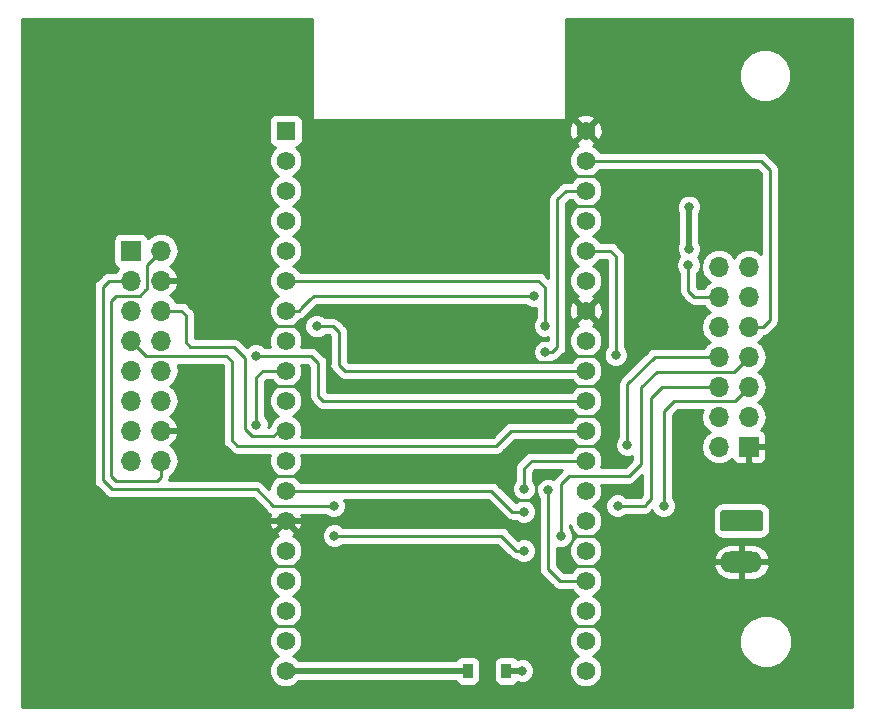
<source format=gbr>
G04 #@! TF.GenerationSoftware,KiCad,Pcbnew,5.0.2-bee76a0~70~ubuntu18.04.1*
G04 #@! TF.CreationDate,2020-08-05T10:07:10+02:00*
G04 #@! TF.ProjectId,panel_led,70616e65-6c5f-46c6-9564-2e6b69636164,rev?*
G04 #@! TF.SameCoordinates,Original*
G04 #@! TF.FileFunction,Copper,L1,Top*
G04 #@! TF.FilePolarity,Positive*
%FSLAX46Y46*%
G04 Gerber Fmt 4.6, Leading zero omitted, Abs format (unit mm)*
G04 Created by KiCad (PCBNEW 5.0.2-bee76a0~70~ubuntu18.04.1) date mié 05 ago 2020 10:07:10 CEST*
%MOMM*%
%LPD*%
G01*
G04 APERTURE LIST*
G04 #@! TA.AperFunction,ComponentPad*
%ADD10R,1.560000X1.560000*%
G04 #@! TD*
G04 #@! TA.AperFunction,ComponentPad*
%ADD11C,1.560000*%
G04 #@! TD*
G04 #@! TA.AperFunction,ComponentPad*
%ADD12R,1.700000X1.700000*%
G04 #@! TD*
G04 #@! TA.AperFunction,ComponentPad*
%ADD13O,1.700000X1.700000*%
G04 #@! TD*
G04 #@! TA.AperFunction,Conductor*
%ADD14C,0.100000*%
G04 #@! TD*
G04 #@! TA.AperFunction,ComponentPad*
%ADD15C,1.800000*%
G04 #@! TD*
G04 #@! TA.AperFunction,ComponentPad*
%ADD16O,3.600000X1.800000*%
G04 #@! TD*
G04 #@! TA.AperFunction,SMDPad,CuDef*
%ADD17R,0.900000X1.200000*%
G04 #@! TD*
G04 #@! TA.AperFunction,ViaPad*
%ADD18C,0.800000*%
G04 #@! TD*
G04 #@! TA.AperFunction,Conductor*
%ADD19C,0.250000*%
G04 #@! TD*
G04 #@! TA.AperFunction,Conductor*
%ADD20C,0.500000*%
G04 #@! TD*
G04 #@! TA.AperFunction,Conductor*
%ADD21C,0.254000*%
G04 #@! TD*
G04 APERTURE END LIST*
D10*
G04 #@! TO.P,U1,1*
G04 #@! TO.N,+3V3*
X136550400Y-75947200D03*
D11*
G04 #@! TO.P,U1,2*
G04 #@! TO.N,N/C*
X136550400Y-78487200D03*
G04 #@! TO.P,U1,19*
G04 #@! TO.N,Net-(D1-Pad1)*
X136550400Y-121667200D03*
G04 #@! TO.P,U1,3*
G04 #@! TO.N,N/C*
X136550400Y-81027200D03*
G04 #@! TO.P,U1,4*
X136550400Y-83567200D03*
G04 #@! TO.P,U1,5*
G04 #@! TO.N,GPIO34*
X136550400Y-86107200D03*
G04 #@! TO.P,U1,6*
G04 #@! TO.N,GPIO25*
X136550400Y-88647200D03*
G04 #@! TO.P,U1,7*
G04 #@! TO.N,GPIO32*
X136550400Y-91187200D03*
G04 #@! TO.P,U1,8*
G04 #@! TO.N,GPIO33*
X136550400Y-93727200D03*
G04 #@! TO.P,U1,9*
G04 #@! TO.N,/DE*
X136550400Y-96267200D03*
G04 #@! TO.P,U1,10*
G04 #@! TO.N,/LAT*
X136550400Y-98807200D03*
G04 #@! TO.P,U1,11*
G04 #@! TO.N,/G2*
X136550400Y-101347200D03*
G04 #@! TO.P,U1,12*
G04 #@! TO.N,GPIO14*
X136550400Y-103887200D03*
G04 #@! TO.P,U1,13*
G04 #@! TO.N,GPIO12*
X136550400Y-106427200D03*
G04 #@! TO.P,U1,14*
G04 #@! TO.N,GND*
X136550400Y-108967200D03*
G04 #@! TO.P,U1,15*
G04 #@! TO.N,GPIO13*
X136550400Y-111507200D03*
G04 #@! TO.P,U1,16*
G04 #@! TO.N,N/C*
X136550400Y-114047200D03*
G04 #@! TO.P,U1,17*
X136550400Y-116587200D03*
G04 #@! TO.P,U1,18*
X136550400Y-119127200D03*
G04 #@! TO.P,U1,20*
G04 #@! TO.N,GND*
X161950400Y-75947200D03*
G04 #@! TO.P,U1,21*
G04 #@! TO.N,GPIO23*
X161950400Y-78487200D03*
G04 #@! TO.P,U1,22*
G04 #@! TO.N,/CLK*
X161950400Y-81027200D03*
G04 #@! TO.P,U1,23*
G04 #@! TO.N,TXD*
X161950400Y-83567200D03*
G04 #@! TO.P,U1,24*
G04 #@! TO.N,RXD*
X161950400Y-86107200D03*
G04 #@! TO.P,U1,25*
G04 #@! TO.N,/D*
X161950400Y-88647200D03*
G04 #@! TO.P,U1,26*
G04 #@! TO.N,GND*
X161950400Y-91187200D03*
G04 #@! TO.P,U1,27*
G04 #@! TO.N,/C*
X161950400Y-93727200D03*
G04 #@! TO.P,U1,28*
G04 #@! TO.N,/B*
X161950400Y-96267200D03*
G04 #@! TO.P,U1,29*
G04 #@! TO.N,/A*
X161950400Y-98807200D03*
G04 #@! TO.P,U1,30*
G04 #@! TO.N,/B2*
X161950400Y-101347200D03*
G04 #@! TO.P,U1,31*
G04 #@! TO.N,/R2*
X161950400Y-103887200D03*
G04 #@! TO.P,U1,32*
G04 #@! TO.N,/B1*
X161950400Y-106427200D03*
G04 #@! TO.P,U1,33*
G04 #@! TO.N,GPIO0*
X161950400Y-108967200D03*
G04 #@! TO.P,U1,34*
G04 #@! TO.N,/R1*
X161950400Y-111507200D03*
G04 #@! TO.P,U1,35*
G04 #@! TO.N,/G1*
X161950400Y-114047200D03*
G04 #@! TO.P,U1,36*
G04 #@! TO.N,N/C*
X161950400Y-116587200D03*
G04 #@! TO.P,U1,37*
X161950400Y-119127200D03*
G04 #@! TO.P,U1,38*
X161950400Y-121667200D03*
G04 #@! TD*
D12*
G04 #@! TO.P,J1,1*
G04 #@! TO.N,/R1*
X123444000Y-86106000D03*
D13*
G04 #@! TO.P,J1,2*
G04 #@! TO.N,/G1*
X125984000Y-86106000D03*
G04 #@! TO.P,J1,3*
G04 #@! TO.N,/B1*
X123444000Y-88646000D03*
G04 #@! TO.P,J1,4*
G04 #@! TO.N,GND*
X125984000Y-88646000D03*
G04 #@! TO.P,J1,5*
G04 #@! TO.N,/R2*
X123444000Y-91186000D03*
G04 #@! TO.P,J1,6*
G04 #@! TO.N,/G2*
X125984000Y-91186000D03*
G04 #@! TO.P,J1,7*
G04 #@! TO.N,/B2*
X123444000Y-93726000D03*
G04 #@! TO.P,J1,8*
G04 #@! TO.N,/B*
X125984000Y-93726000D03*
G04 #@! TO.P,J1,9*
G04 #@! TO.N,/A*
X123444000Y-96266000D03*
G04 #@! TO.P,J1,10*
G04 #@! TO.N,/D*
X125984000Y-96266000D03*
G04 #@! TO.P,J1,11*
G04 #@! TO.N,/C*
X123444000Y-98806000D03*
G04 #@! TO.P,J1,12*
G04 #@! TO.N,/LAT*
X125984000Y-98806000D03*
G04 #@! TO.P,J1,13*
G04 #@! TO.N,/CLK*
X123444000Y-101346000D03*
G04 #@! TO.P,J1,14*
G04 #@! TO.N,GND*
X125984000Y-101346000D03*
G04 #@! TO.P,J1,15*
G04 #@! TO.N,/DE*
X123444000Y-103886000D03*
G04 #@! TO.P,J1,16*
G04 #@! TO.N,/G1*
X125984000Y-103886000D03*
G04 #@! TD*
G04 #@! TO.P,J2,14*
G04 #@! TO.N,+3V3*
X173228000Y-87477600D03*
G04 #@! TO.P,J2,13*
G04 #@! TO.N,GPIO34*
X175768000Y-87477600D03*
G04 #@! TO.P,J2,12*
G04 #@! TO.N,GPIO33*
X173228000Y-90017600D03*
G04 #@! TO.P,J2,11*
G04 #@! TO.N,GPIO32*
X175768000Y-90017600D03*
G04 #@! TO.P,J2,10*
G04 #@! TO.N,GPIO25*
X173228000Y-92557600D03*
G04 #@! TO.P,J2,9*
G04 #@! TO.N,GPIO23*
X175768000Y-92557600D03*
G04 #@! TO.P,J2,8*
G04 #@! TO.N,GPIO14*
X173228000Y-95097600D03*
G04 #@! TO.P,J2,7*
G04 #@! TO.N,GPIO13*
X175768000Y-95097600D03*
G04 #@! TO.P,J2,6*
G04 #@! TO.N,GPIO12*
X173228000Y-97637600D03*
G04 #@! TO.P,J2,5*
G04 #@! TO.N,GPIO0*
X175768000Y-97637600D03*
G04 #@! TO.P,J2,4*
G04 #@! TO.N,RXD*
X173228000Y-100177600D03*
G04 #@! TO.P,J2,3*
G04 #@! TO.N,TXD*
X175768000Y-100177600D03*
G04 #@! TO.P,J2,2*
G04 #@! TO.N,+5V*
X173228000Y-102717600D03*
D12*
G04 #@! TO.P,J2,1*
G04 #@! TO.N,GND*
X175768000Y-102717600D03*
G04 #@! TD*
D14*
G04 #@! TO.N,+5V*
G04 #@! TO.C,J3*
G36*
X176712584Y-108069744D02*
X176736853Y-108073344D01*
X176760651Y-108079305D01*
X176783751Y-108087570D01*
X176805929Y-108098060D01*
X176826973Y-108110673D01*
X176846678Y-108125287D01*
X176864857Y-108141763D01*
X176881333Y-108159942D01*
X176895947Y-108179647D01*
X176908560Y-108200691D01*
X176919050Y-108222869D01*
X176927315Y-108245969D01*
X176933276Y-108269767D01*
X176936876Y-108294036D01*
X176938080Y-108318540D01*
X176938080Y-109618540D01*
X176936876Y-109643044D01*
X176933276Y-109667313D01*
X176927315Y-109691111D01*
X176919050Y-109714211D01*
X176908560Y-109736389D01*
X176895947Y-109757433D01*
X176881333Y-109777138D01*
X176864857Y-109795317D01*
X176846678Y-109811793D01*
X176826973Y-109826407D01*
X176805929Y-109839020D01*
X176783751Y-109849510D01*
X176760651Y-109857775D01*
X176736853Y-109863736D01*
X176712584Y-109867336D01*
X176688080Y-109868540D01*
X173588080Y-109868540D01*
X173563576Y-109867336D01*
X173539307Y-109863736D01*
X173515509Y-109857775D01*
X173492409Y-109849510D01*
X173470231Y-109839020D01*
X173449187Y-109826407D01*
X173429482Y-109811793D01*
X173411303Y-109795317D01*
X173394827Y-109777138D01*
X173380213Y-109757433D01*
X173367600Y-109736389D01*
X173357110Y-109714211D01*
X173348845Y-109691111D01*
X173342884Y-109667313D01*
X173339284Y-109643044D01*
X173338080Y-109618540D01*
X173338080Y-108318540D01*
X173339284Y-108294036D01*
X173342884Y-108269767D01*
X173348845Y-108245969D01*
X173357110Y-108222869D01*
X173367600Y-108200691D01*
X173380213Y-108179647D01*
X173394827Y-108159942D01*
X173411303Y-108141763D01*
X173429482Y-108125287D01*
X173449187Y-108110673D01*
X173470231Y-108098060D01*
X173492409Y-108087570D01*
X173515509Y-108079305D01*
X173539307Y-108073344D01*
X173563576Y-108069744D01*
X173588080Y-108068540D01*
X176688080Y-108068540D01*
X176712584Y-108069744D01*
X176712584Y-108069744D01*
G37*
D15*
G04 #@! TD*
G04 #@! TO.P,J3,1*
G04 #@! TO.N,+5V*
X175138080Y-108968540D03*
D16*
G04 #@! TO.P,J3,2*
G04 #@! TO.N,GND*
X175138080Y-112468540D03*
G04 #@! TD*
D17*
G04 #@! TO.P,D1,1*
G04 #@! TO.N,Net-(D1-Pad1)*
X151941260Y-121691400D03*
G04 #@! TO.P,D1,2*
G04 #@! TO.N,+5V*
X155241260Y-121691400D03*
G04 #@! TD*
D18*
G04 #@! TO.N,+5V*
X156565600Y-121666000D03*
G04 #@! TO.N,/R1*
X140665200Y-110236000D03*
X156718000Y-111506000D03*
G04 #@! TO.N,/B1*
X140614400Y-107696000D03*
G04 #@! TO.N,/R2*
X156718000Y-106273600D03*
G04 #@! TO.N,/A*
X134010400Y-94996000D03*
G04 #@! TO.N,/CLK*
X158521400Y-94691200D03*
G04 #@! TO.N,/DE*
X134061200Y-100838000D03*
G04 #@! TO.N,/G1*
X158750000Y-106375200D03*
G04 #@! TO.N,/B*
X139166600Y-92506800D03*
G04 #@! TO.N,RXD*
X164490400Y-94945200D03*
G04 #@! TO.N,GPIO12*
X164642800Y-107696000D03*
X156718000Y-108204000D03*
G04 #@! TO.N,GPIO13*
X159816800Y-110286800D03*
G04 #@! TO.N,GPIO14*
X165455600Y-102565200D03*
G04 #@! TO.N,GPIO25*
X158496000Y-92456000D03*
G04 #@! TO.N,GPIO32*
X157551120Y-89916000D03*
G04 #@! TO.N,GPIO33*
X170637200Y-87325200D03*
G04 #@! TO.N,+3V3*
X170688000Y-85953600D03*
X170688000Y-82397600D03*
G04 #@! TO.N,GPIO0*
X168554400Y-107696000D03*
G04 #@! TD*
D19*
G04 #@! TO.N,GND*
X160675320Y-110815120D02*
X160774380Y-110716060D01*
X159247840Y-95516700D02*
X157861000Y-95516700D01*
X162610800Y-112776000D02*
X161137600Y-112776000D01*
X155448000Y-106121200D02*
X155448000Y-106426000D01*
X155448000Y-106426000D02*
X156260800Y-107238800D01*
X156260800Y-107238800D02*
X157175200Y-107238800D01*
X157734000Y-106527600D02*
X157734000Y-105511600D01*
X162661600Y-117856000D02*
X161239200Y-117856000D01*
X135839200Y-112776000D02*
X137261600Y-112776000D01*
X162661600Y-94996000D02*
X161290000Y-94996000D01*
X135788400Y-92456000D02*
X137617200Y-92456000D01*
X162814000Y-100076000D02*
X161188400Y-100076000D01*
X162610800Y-97536000D02*
X161086800Y-97536000D01*
X161137600Y-79756000D02*
X162864800Y-79756000D01*
X162560000Y-102616000D02*
X161239200Y-102616000D01*
X137147300Y-117856000D02*
X135940800Y-117856000D01*
X135585200Y-97536000D02*
X137363200Y-97536000D01*
X135610600Y-105156000D02*
X137388600Y-105156000D01*
X162610800Y-82296000D02*
X161239200Y-82296000D01*
D20*
X136550400Y-108967200D02*
X135078400Y-108967200D01*
D19*
X137653486Y-108967200D02*
X137654686Y-108966000D01*
D20*
X136550400Y-108967200D02*
X137653486Y-108967200D01*
X137654686Y-108966000D02*
X138023600Y-108966000D01*
D19*
X161290000Y-110236000D02*
X161239200Y-110236000D01*
X162661600Y-110236000D02*
X161290000Y-110236000D01*
X161290000Y-110236000D02*
X161137600Y-110236000D01*
D20*
G04 #@! TO.N,+5V*
X156565600Y-121666000D02*
X155242800Y-121666000D01*
D19*
G04 #@! TO.N,/R1*
X154780715Y-110236000D02*
X154432000Y-110236000D01*
X156050715Y-111506000D02*
X154780715Y-110236000D01*
X140665200Y-110236000D02*
X154432000Y-110236000D01*
X156050715Y-111506000D02*
X156718000Y-111506000D01*
G04 #@! TO.N,/B1*
X123444000Y-88646000D02*
X122241919Y-88646000D01*
X122241919Y-88646000D02*
X121564400Y-88646000D01*
X121564400Y-88646000D02*
X121056400Y-89154000D01*
X121056400Y-105410000D02*
X121056400Y-105562400D01*
X121056400Y-89154000D02*
X121056400Y-105410000D01*
X121056400Y-105562400D02*
X121818400Y-106324400D01*
X121818400Y-106324400D02*
X128371600Y-106324400D01*
X128371600Y-106324400D02*
X134061200Y-106324400D01*
X134061200Y-106324400D02*
X134112000Y-106324400D01*
X134112000Y-106324400D02*
X135483600Y-107696000D01*
X135483600Y-107696000D02*
X138430000Y-107696000D01*
X138430000Y-107696000D02*
X140614400Y-107696000D01*
G04 #@! TO.N,/R2*
X160847314Y-103887200D02*
X161950400Y-103887200D01*
X160846114Y-103886000D02*
X160847314Y-103887200D01*
X157378400Y-103886000D02*
X160846114Y-103886000D01*
X156718000Y-104546400D02*
X157378400Y-103886000D01*
X156718000Y-106273600D02*
X156718000Y-104546400D01*
G04 #@! TO.N,/B2*
X131521200Y-94996000D02*
X124714000Y-94996000D01*
X131978400Y-95453200D02*
X131521200Y-94996000D01*
X124714000Y-94996000D02*
X123444000Y-93726000D01*
X161950400Y-101347200D02*
X160847314Y-101347200D01*
X160847314Y-101347200D02*
X160846114Y-101346000D01*
X160846114Y-101346000D02*
X155651200Y-101346000D01*
X155651200Y-101346000D02*
X155244800Y-101752400D01*
X131978400Y-101803200D02*
X131978400Y-95453200D01*
X131978400Y-101803200D02*
X131978400Y-101930200D01*
X131978400Y-102158800D02*
X131978400Y-101930200D01*
X132435600Y-102616000D02*
X131978400Y-102158800D01*
X154381200Y-102616000D02*
X132435600Y-102616000D01*
X155651200Y-101346000D02*
X154381200Y-102616000D01*
G04 #@! TO.N,/A*
X139293600Y-95605600D02*
X138684000Y-94996000D01*
X138684000Y-94996000D02*
X134010400Y-94996000D01*
X139293600Y-98399600D02*
X139293600Y-95605600D01*
X161950400Y-98807200D02*
X139701200Y-98807200D01*
X139701200Y-98807200D02*
X139293600Y-98399600D01*
G04 #@! TO.N,/CLK*
X159537400Y-92989400D02*
X159537400Y-81762600D01*
X159537400Y-93243400D02*
X159537400Y-93319600D01*
X159537400Y-92989400D02*
X159537400Y-93243400D01*
X159537400Y-93243400D02*
X159537400Y-93522800D01*
X158445200Y-94411800D02*
X158445200Y-94615000D01*
X158445200Y-94615000D02*
X158521400Y-94691200D01*
X158521400Y-94691200D02*
X159131000Y-94691200D01*
X159537400Y-94284800D02*
X159537400Y-94183200D01*
X159131000Y-94691200D02*
X159537400Y-94284800D01*
X159537400Y-94183200D02*
X159537400Y-92989400D01*
X160272800Y-81027200D02*
X159537400Y-81762600D01*
X161950400Y-81027200D02*
X160272800Y-81027200D01*
G04 #@! TO.N,/DE*
X134618800Y-96267200D02*
X136550400Y-96267200D01*
X134061200Y-96824800D02*
X134618800Y-96267200D01*
X134061200Y-100838000D02*
X134061200Y-96824800D01*
G04 #@! TO.N,/G1*
X160847314Y-114047200D02*
X160846114Y-114046000D01*
X161950400Y-114047200D02*
X160847314Y-114047200D01*
X160846114Y-114046000D02*
X159766000Y-114046000D01*
X159766000Y-114046000D02*
X158750000Y-113030000D01*
X158750000Y-113030000D02*
X158750000Y-106375200D01*
X124206000Y-89916000D02*
X124663200Y-89458800D01*
X122275600Y-89916000D02*
X124206000Y-89916000D01*
X125984000Y-86106000D02*
X124764800Y-87325200D01*
X124764800Y-89357200D02*
X124663200Y-89458800D01*
X124764800Y-87325200D02*
X124764800Y-89357200D01*
X125984000Y-105257600D02*
X125984000Y-103886000D01*
X122174000Y-105613200D02*
X125628400Y-105613200D01*
X122275600Y-89916000D02*
X122174000Y-89916000D01*
X121716800Y-90373200D02*
X121716800Y-105156000D01*
X122174000Y-89916000D02*
X121716800Y-90373200D01*
X121716800Y-105156000D02*
X122174000Y-105613200D01*
X125628400Y-105613200D02*
X125984000Y-105257600D01*
G04 #@! TO.N,/G2*
X128066800Y-91541600D02*
X127711200Y-91186000D01*
X127711200Y-91186000D02*
X125984000Y-91186000D01*
X128066800Y-93878400D02*
X128066800Y-91541600D01*
X128473200Y-94284800D02*
X128066800Y-93878400D01*
X132181600Y-94284800D02*
X128473200Y-94284800D01*
X133097200Y-100781515D02*
X133096000Y-100780315D01*
X133096000Y-100780315D02*
X133096000Y-95199200D01*
X133096000Y-95199200D02*
X132181600Y-94284800D01*
X136550400Y-101347200D02*
X135990400Y-101347200D01*
X135990400Y-101347200D02*
X135509000Y-101828600D01*
X133706800Y-101828600D02*
X133097200Y-101219000D01*
X135509000Y-101828600D02*
X133706800Y-101828600D01*
X133097200Y-101219000D02*
X133097200Y-100781515D01*
G04 #@! TO.N,/B*
X143713200Y-96267200D02*
X161950400Y-96267200D01*
X141530000Y-96267200D02*
X143713200Y-96267200D01*
X141020800Y-95758000D02*
X141530000Y-96267200D01*
X141020800Y-92989400D02*
X141020800Y-95758000D01*
X140538200Y-92506800D02*
X141020800Y-92989400D01*
X139166600Y-92506800D02*
X140538200Y-92506800D01*
G04 #@! TO.N,RXD*
X164490400Y-94945200D02*
X164490400Y-86563200D01*
X164034400Y-86107200D02*
X162763200Y-86107200D01*
X164490400Y-86563200D02*
X164034400Y-86107200D01*
X162763200Y-86107200D02*
X161950400Y-86107200D01*
G04 #@! TO.N,GPIO12*
X173228000Y-97637600D02*
X172025919Y-97637600D01*
X172025919Y-97637600D02*
X168402000Y-97637600D01*
X168402000Y-97637600D02*
X167487600Y-98552000D01*
X167487600Y-98552000D02*
X167487600Y-105105200D01*
X137653486Y-106427200D02*
X137654686Y-106426000D01*
X136550400Y-106427200D02*
X137653486Y-106427200D01*
X167487600Y-105105200D02*
X167487600Y-105918000D01*
X167487600Y-105918000D02*
X167487600Y-107137200D01*
X149148800Y-106426000D02*
X148844000Y-106426000D01*
X137654686Y-106426000D02*
X148844000Y-106426000D01*
X166928800Y-107696000D02*
X167132000Y-107492800D01*
X164642800Y-107696000D02*
X166928800Y-107696000D01*
X167487600Y-107137200D02*
X167132000Y-107492800D01*
X167132000Y-107492800D02*
X167030400Y-107594400D01*
X153670000Y-106426000D02*
X148844000Y-106426000D01*
X153967915Y-106426000D02*
X153670000Y-106426000D01*
X155745915Y-108204000D02*
X153967915Y-106426000D01*
X156718000Y-108204000D02*
X155745915Y-108204000D01*
G04 #@! TO.N,GPIO13*
X174498000Y-96367600D02*
X175768000Y-95097600D01*
X167944800Y-96367600D02*
X174498000Y-96367600D01*
X166624000Y-104140000D02*
X166624000Y-97688400D01*
X159816800Y-110286800D02*
X159816800Y-105867200D01*
X166624000Y-97688400D02*
X167944800Y-96367600D01*
X159816800Y-105867200D02*
X160528000Y-105156000D01*
X160528000Y-105156000D02*
X165608000Y-105156000D01*
X165608000Y-105156000D02*
X166624000Y-104140000D01*
G04 #@! TO.N,GPIO14*
X165455600Y-102565200D02*
X165455600Y-97434400D01*
X165455600Y-97434400D02*
X167792400Y-95097600D01*
X173228000Y-95097600D02*
X167792400Y-95097600D01*
G04 #@! TO.N,GPIO23*
X176785200Y-78487200D02*
X161950400Y-78487200D01*
X177546000Y-91981681D02*
X177546000Y-79248000D01*
X176970081Y-92557600D02*
X177546000Y-91981681D01*
X175768000Y-92557600D02*
X176970081Y-92557600D01*
X177546000Y-79248000D02*
X176785200Y-78487200D01*
G04 #@! TO.N,GPIO25*
X158496000Y-89204800D02*
X158496000Y-92456000D01*
X136550400Y-88647200D02*
X157938400Y-88647200D01*
X157938400Y-88647200D02*
X158496000Y-89204800D01*
G04 #@! TO.N,GPIO32*
X137653486Y-91187200D02*
X136550400Y-91187200D01*
X138924686Y-89916000D02*
X137922000Y-90918686D01*
X138619886Y-90220800D02*
X137922000Y-90918686D01*
X137922000Y-90918686D02*
X137653486Y-91187200D01*
X157081220Y-89916000D02*
X157551120Y-89916000D01*
X138924686Y-89916000D02*
X157081220Y-89916000D01*
X157081220Y-89916000D02*
X157327600Y-89916000D01*
G04 #@! TO.N,GPIO33*
X170637200Y-89509600D02*
X170637200Y-87325200D01*
X173228000Y-90017600D02*
X171145200Y-90017600D01*
X171145200Y-90017600D02*
X170637200Y-89509600D01*
D20*
G04 #@! TO.N,+3V3*
X170688000Y-82397600D02*
X170688000Y-85953600D01*
D19*
G04 #@! TO.N,GPIO0*
X175768000Y-97637600D02*
X174650400Y-98755200D01*
X174592999Y-98812601D02*
X169411399Y-98812601D01*
X174650400Y-98755200D02*
X174592999Y-98812601D01*
X168554400Y-99669600D02*
X169316400Y-98907600D01*
X168554400Y-107696000D02*
X168554400Y-99669600D01*
X169411399Y-98812601D02*
X169316400Y-98907600D01*
X169316400Y-98907600D02*
X168808400Y-99415600D01*
G04 #@! TO.N,Net-(D1-Pad1)*
X136551600Y-121666000D02*
X136550400Y-121667200D01*
D20*
X151942800Y-121666000D02*
X136551600Y-121666000D01*
G04 #@! TD*
D21*
G04 #@! TO.N,GND*
G36*
X138811000Y-74930000D02*
X138820667Y-74978601D01*
X138848197Y-75019803D01*
X138889399Y-75047333D01*
X138938182Y-75057000D01*
X160164962Y-75026520D01*
X160213549Y-75016783D01*
X160254711Y-74989194D01*
X160278190Y-74953945D01*
X161136750Y-74953945D01*
X161950400Y-75767595D01*
X162764050Y-74953945D01*
X162692372Y-74709897D01*
X162162397Y-74520140D01*
X161600148Y-74547641D01*
X161208428Y-74709897D01*
X161136750Y-74953945D01*
X160278190Y-74953945D01*
X160282182Y-74947952D01*
X160291780Y-74899520D01*
X160291780Y-70822751D01*
X174886820Y-70822751D01*
X174886820Y-71711889D01*
X175227079Y-72533346D01*
X175855794Y-73162061D01*
X176677251Y-73502320D01*
X177566389Y-73502320D01*
X178387846Y-73162061D01*
X179016561Y-72533346D01*
X179356820Y-71711889D01*
X179356820Y-70822751D01*
X179016561Y-70001294D01*
X178387846Y-69372579D01*
X177566389Y-69032320D01*
X176677251Y-69032320D01*
X175855794Y-69372579D01*
X175227079Y-70001294D01*
X174886820Y-70822751D01*
X160291780Y-70822751D01*
X160291780Y-66496000D01*
X184456000Y-66496000D01*
X184456001Y-124766000D01*
X114248000Y-124766000D01*
X114248000Y-111225739D01*
X135135400Y-111225739D01*
X135135400Y-111788661D01*
X135350821Y-112308733D01*
X135748867Y-112706779D01*
X135918878Y-112777200D01*
X135748867Y-112847621D01*
X135350821Y-113245667D01*
X135135400Y-113765739D01*
X135135400Y-114328661D01*
X135350821Y-114848733D01*
X135748867Y-115246779D01*
X135918878Y-115317200D01*
X135748867Y-115387621D01*
X135350821Y-115785667D01*
X135135400Y-116305739D01*
X135135400Y-116868661D01*
X135350821Y-117388733D01*
X135748867Y-117786779D01*
X135918878Y-117857200D01*
X135748867Y-117927621D01*
X135350821Y-118325667D01*
X135135400Y-118845739D01*
X135135400Y-119408661D01*
X135350821Y-119928733D01*
X135748867Y-120326779D01*
X135918878Y-120397200D01*
X135748867Y-120467621D01*
X135350821Y-120865667D01*
X135135400Y-121385739D01*
X135135400Y-121948661D01*
X135350821Y-122468733D01*
X135748867Y-122866779D01*
X136268939Y-123082200D01*
X136831861Y-123082200D01*
X137351933Y-122866779D01*
X137667712Y-122551000D01*
X150901011Y-122551000D01*
X151033451Y-122749209D01*
X151243495Y-122889557D01*
X151491260Y-122938840D01*
X152391260Y-122938840D01*
X152639025Y-122889557D01*
X152849069Y-122749209D01*
X152989417Y-122539165D01*
X153038700Y-122291400D01*
X153038700Y-121091400D01*
X154143820Y-121091400D01*
X154143820Y-122291400D01*
X154193103Y-122539165D01*
X154333451Y-122749209D01*
X154543495Y-122889557D01*
X154791260Y-122938840D01*
X155691260Y-122938840D01*
X155939025Y-122889557D01*
X156149069Y-122749209D01*
X156219964Y-122643109D01*
X156359726Y-122701000D01*
X156771474Y-122701000D01*
X157151880Y-122543431D01*
X157443031Y-122252280D01*
X157600600Y-121871874D01*
X157600600Y-121460126D01*
X157443031Y-121079720D01*
X157151880Y-120788569D01*
X156771474Y-120631000D01*
X156359726Y-120631000D01*
X156193378Y-120699903D01*
X156149069Y-120633591D01*
X155939025Y-120493243D01*
X155691260Y-120443960D01*
X154791260Y-120443960D01*
X154543495Y-120493243D01*
X154333451Y-120633591D01*
X154193103Y-120843635D01*
X154143820Y-121091400D01*
X153038700Y-121091400D01*
X152989417Y-120843635D01*
X152849069Y-120633591D01*
X152639025Y-120493243D01*
X152391260Y-120443960D01*
X151491260Y-120443960D01*
X151243495Y-120493243D01*
X151033451Y-120633591D01*
X150934955Y-120781000D01*
X137665312Y-120781000D01*
X137351933Y-120467621D01*
X137181922Y-120397200D01*
X137351933Y-120326779D01*
X137749979Y-119928733D01*
X137965400Y-119408661D01*
X137965400Y-118845739D01*
X137749979Y-118325667D01*
X137351933Y-117927621D01*
X137181922Y-117857200D01*
X137351933Y-117786779D01*
X137749979Y-117388733D01*
X137965400Y-116868661D01*
X137965400Y-116305739D01*
X137749979Y-115785667D01*
X137351933Y-115387621D01*
X137181922Y-115317200D01*
X137351933Y-115246779D01*
X137749979Y-114848733D01*
X137965400Y-114328661D01*
X137965400Y-113765739D01*
X137749979Y-113245667D01*
X137351933Y-112847621D01*
X137181922Y-112777200D01*
X137351933Y-112706779D01*
X137749979Y-112308733D01*
X137965400Y-111788661D01*
X137965400Y-111225739D01*
X137749979Y-110705667D01*
X137351933Y-110307621D01*
X137197678Y-110243727D01*
X137292372Y-110204503D01*
X137343587Y-110030126D01*
X139630200Y-110030126D01*
X139630200Y-110441874D01*
X139787769Y-110822280D01*
X140078920Y-111113431D01*
X140459326Y-111271000D01*
X140871074Y-111271000D01*
X141251480Y-111113431D01*
X141368911Y-110996000D01*
X154465914Y-110996000D01*
X155460386Y-111990473D01*
X155502786Y-112053929D01*
X155754178Y-112221904D01*
X155975863Y-112266000D01*
X155975867Y-112266000D01*
X156023829Y-112275540D01*
X156131720Y-112383431D01*
X156512126Y-112541000D01*
X156923874Y-112541000D01*
X157304280Y-112383431D01*
X157595431Y-112092280D01*
X157753000Y-111711874D01*
X157753000Y-111300126D01*
X157595431Y-110919720D01*
X157304280Y-110628569D01*
X156923874Y-110471000D01*
X156512126Y-110471000D01*
X156214003Y-110594486D01*
X155371046Y-109751530D01*
X155328644Y-109688071D01*
X155077252Y-109520096D01*
X154855567Y-109476000D01*
X154855562Y-109476000D01*
X154780715Y-109461112D01*
X154705868Y-109476000D01*
X141368911Y-109476000D01*
X141251480Y-109358569D01*
X140871074Y-109201000D01*
X140459326Y-109201000D01*
X140078920Y-109358569D01*
X139787769Y-109649720D01*
X139630200Y-110030126D01*
X137343587Y-110030126D01*
X137364050Y-109960455D01*
X136550400Y-109146805D01*
X135736750Y-109960455D01*
X135808428Y-110204503D01*
X135910009Y-110240874D01*
X135748867Y-110307621D01*
X135350821Y-110705667D01*
X135135400Y-111225739D01*
X114248000Y-111225739D01*
X114248000Y-89154000D01*
X120281512Y-89154000D01*
X120296400Y-89228847D01*
X120296401Y-105335144D01*
X120296400Y-105335149D01*
X120296400Y-105487553D01*
X120281512Y-105562400D01*
X120296400Y-105637247D01*
X120296400Y-105637252D01*
X120340496Y-105858937D01*
X120508471Y-106110329D01*
X120571929Y-106152730D01*
X121228070Y-106808872D01*
X121270471Y-106872329D01*
X121333927Y-106914729D01*
X121521862Y-107040304D01*
X121563012Y-107048489D01*
X121743548Y-107084400D01*
X121743552Y-107084400D01*
X121818400Y-107099288D01*
X121893248Y-107084400D01*
X133797199Y-107084400D01*
X134893273Y-108180476D01*
X134935671Y-108243929D01*
X134999124Y-108286327D01*
X134999126Y-108286329D01*
X135123284Y-108369288D01*
X135187063Y-108411904D01*
X135242322Y-108422896D01*
X135123340Y-108755203D01*
X135150841Y-109317452D01*
X135313097Y-109709172D01*
X135557145Y-109780850D01*
X136370795Y-108967200D01*
X136356653Y-108953058D01*
X136536258Y-108773453D01*
X136550400Y-108787595D01*
X136564543Y-108773453D01*
X136744148Y-108953058D01*
X136730005Y-108967200D01*
X137543655Y-109780850D01*
X137787703Y-109709172D01*
X137977460Y-109179197D01*
X137949959Y-108616948D01*
X137883292Y-108456000D01*
X139910689Y-108456000D01*
X140028120Y-108573431D01*
X140408526Y-108731000D01*
X140820274Y-108731000D01*
X141200680Y-108573431D01*
X141491831Y-108282280D01*
X141649400Y-107901874D01*
X141649400Y-107490126D01*
X141523427Y-107186000D01*
X153653114Y-107186000D01*
X155155586Y-108688473D01*
X155197986Y-108751929D01*
X155261442Y-108794329D01*
X155449377Y-108919904D01*
X155497520Y-108929480D01*
X155671063Y-108964000D01*
X155671067Y-108964000D01*
X155745915Y-108978888D01*
X155820763Y-108964000D01*
X156014289Y-108964000D01*
X156131720Y-109081431D01*
X156512126Y-109239000D01*
X156923874Y-109239000D01*
X157304280Y-109081431D01*
X157595431Y-108790280D01*
X157753000Y-108409874D01*
X157753000Y-107998126D01*
X157595431Y-107617720D01*
X157304280Y-107326569D01*
X157092386Y-107238800D01*
X157304280Y-107151031D01*
X157595431Y-106859880D01*
X157715000Y-106571214D01*
X157715000Y-106581074D01*
X157872569Y-106961480D01*
X157990001Y-107078912D01*
X157990000Y-112955153D01*
X157975112Y-113030000D01*
X157990000Y-113104847D01*
X157990000Y-113104851D01*
X158034096Y-113326536D01*
X158202071Y-113577929D01*
X158265530Y-113620331D01*
X159175670Y-114530472D01*
X159218071Y-114593929D01*
X159469463Y-114761904D01*
X159691148Y-114806000D01*
X159691153Y-114806000D01*
X159766000Y-114820888D01*
X159840847Y-114806000D01*
X160733120Y-114806000D01*
X160750821Y-114848733D01*
X161148867Y-115246779D01*
X161318878Y-115317200D01*
X161148867Y-115387621D01*
X160750821Y-115785667D01*
X160535400Y-116305739D01*
X160535400Y-116868661D01*
X160750821Y-117388733D01*
X161148867Y-117786779D01*
X161318878Y-117857200D01*
X161148867Y-117927621D01*
X160750821Y-118325667D01*
X160535400Y-118845739D01*
X160535400Y-119408661D01*
X160750821Y-119928733D01*
X161148867Y-120326779D01*
X161318878Y-120397200D01*
X161148867Y-120467621D01*
X160750821Y-120865667D01*
X160535400Y-121385739D01*
X160535400Y-121948661D01*
X160750821Y-122468733D01*
X161148867Y-122866779D01*
X161668939Y-123082200D01*
X162231861Y-123082200D01*
X162751933Y-122866779D01*
X163149979Y-122468733D01*
X163365400Y-121948661D01*
X163365400Y-121385739D01*
X163149979Y-120865667D01*
X162751933Y-120467621D01*
X162581922Y-120397200D01*
X162751933Y-120326779D01*
X163149979Y-119928733D01*
X163365400Y-119408661D01*
X163365400Y-118845739D01*
X163323644Y-118744931D01*
X174968100Y-118744931D01*
X174968100Y-119634069D01*
X175308359Y-120455526D01*
X175937074Y-121084241D01*
X176758531Y-121424500D01*
X177647669Y-121424500D01*
X178469126Y-121084241D01*
X179097841Y-120455526D01*
X179438100Y-119634069D01*
X179438100Y-118744931D01*
X179097841Y-117923474D01*
X178469126Y-117294759D01*
X177647669Y-116954500D01*
X176758531Y-116954500D01*
X175937074Y-117294759D01*
X175308359Y-117923474D01*
X174968100Y-118744931D01*
X163323644Y-118744931D01*
X163149979Y-118325667D01*
X162751933Y-117927621D01*
X162581922Y-117857200D01*
X162751933Y-117786779D01*
X163149979Y-117388733D01*
X163365400Y-116868661D01*
X163365400Y-116305739D01*
X163149979Y-115785667D01*
X162751933Y-115387621D01*
X162581922Y-115317200D01*
X162751933Y-115246779D01*
X163149979Y-114848733D01*
X163365400Y-114328661D01*
X163365400Y-113765739D01*
X163149979Y-113245667D01*
X162751933Y-112847621D01*
X162717311Y-112833280D01*
X172747044Y-112833280D01*
X172771324Y-112938626D01*
X173062868Y-113464146D01*
X173533328Y-113838094D01*
X174111080Y-114003540D01*
X175011080Y-114003540D01*
X175011080Y-112595540D01*
X175265080Y-112595540D01*
X175265080Y-114003540D01*
X176165080Y-114003540D01*
X176742832Y-113838094D01*
X177213292Y-113464146D01*
X177504836Y-112938626D01*
X177529116Y-112833280D01*
X177408458Y-112595540D01*
X175265080Y-112595540D01*
X175011080Y-112595540D01*
X172867702Y-112595540D01*
X172747044Y-112833280D01*
X162717311Y-112833280D01*
X162581922Y-112777200D01*
X162751933Y-112706779D01*
X163149979Y-112308733D01*
X163234865Y-112103800D01*
X172747044Y-112103800D01*
X172867702Y-112341540D01*
X175011080Y-112341540D01*
X175011080Y-110933540D01*
X175265080Y-110933540D01*
X175265080Y-112341540D01*
X177408458Y-112341540D01*
X177529116Y-112103800D01*
X177504836Y-111998454D01*
X177213292Y-111472934D01*
X176742832Y-111098986D01*
X176165080Y-110933540D01*
X175265080Y-110933540D01*
X175011080Y-110933540D01*
X174111080Y-110933540D01*
X173533328Y-111098986D01*
X173062868Y-111472934D01*
X172771324Y-111998454D01*
X172747044Y-112103800D01*
X163234865Y-112103800D01*
X163365400Y-111788661D01*
X163365400Y-111225739D01*
X163149979Y-110705667D01*
X162751933Y-110307621D01*
X162581922Y-110237200D01*
X162751933Y-110166779D01*
X163149979Y-109768733D01*
X163365400Y-109248661D01*
X163365400Y-108685739D01*
X163149979Y-108165667D01*
X162751933Y-107767621D01*
X162581922Y-107697200D01*
X162751933Y-107626779D01*
X163149979Y-107228733D01*
X163365400Y-106708661D01*
X163365400Y-106145739D01*
X163270239Y-105916000D01*
X165533153Y-105916000D01*
X165608000Y-105930888D01*
X165682847Y-105916000D01*
X165682852Y-105916000D01*
X165904537Y-105871904D01*
X166155929Y-105703929D01*
X166198331Y-105640470D01*
X166727600Y-105111202D01*
X166727600Y-105843149D01*
X166727601Y-106822398D01*
X166647527Y-106902471D01*
X166647528Y-106902471D01*
X166613999Y-106936000D01*
X165346511Y-106936000D01*
X165229080Y-106818569D01*
X164848674Y-106661000D01*
X164436926Y-106661000D01*
X164056520Y-106818569D01*
X163765369Y-107109720D01*
X163607800Y-107490126D01*
X163607800Y-107901874D01*
X163765369Y-108282280D01*
X164056520Y-108573431D01*
X164436926Y-108731000D01*
X164848674Y-108731000D01*
X165229080Y-108573431D01*
X165346511Y-108456000D01*
X166853953Y-108456000D01*
X166928800Y-108470888D01*
X167003647Y-108456000D01*
X167003652Y-108456000D01*
X167225337Y-108411904D01*
X167476729Y-108243929D01*
X167519131Y-108180470D01*
X167600920Y-108098681D01*
X167676969Y-108282280D01*
X167968120Y-108573431D01*
X168348526Y-108731000D01*
X168760274Y-108731000D01*
X169140680Y-108573431D01*
X169395571Y-108318540D01*
X172690640Y-108318540D01*
X172690640Y-109618540D01*
X172758954Y-109961975D01*
X172953494Y-110253126D01*
X173244645Y-110447666D01*
X173588080Y-110515980D01*
X176688080Y-110515980D01*
X177031515Y-110447666D01*
X177322666Y-110253126D01*
X177517206Y-109961975D01*
X177585520Y-109618540D01*
X177585520Y-108318540D01*
X177517206Y-107975105D01*
X177322666Y-107683954D01*
X177031515Y-107489414D01*
X176688080Y-107421100D01*
X173588080Y-107421100D01*
X173244645Y-107489414D01*
X172953494Y-107683954D01*
X172758954Y-107975105D01*
X172690640Y-108318540D01*
X169395571Y-108318540D01*
X169431831Y-108282280D01*
X169589400Y-107901874D01*
X169589400Y-107490126D01*
X169431831Y-107109720D01*
X169314400Y-106992289D01*
X169314400Y-99984401D01*
X169726201Y-99572601D01*
X171846254Y-99572601D01*
X171829161Y-99598182D01*
X171713908Y-100177600D01*
X171829161Y-100757018D01*
X172157375Y-101248225D01*
X172455761Y-101447600D01*
X172157375Y-101646975D01*
X171829161Y-102138182D01*
X171713908Y-102717600D01*
X171829161Y-103297018D01*
X172157375Y-103788225D01*
X172648582Y-104116439D01*
X173081744Y-104202600D01*
X173374256Y-104202600D01*
X173807418Y-104116439D01*
X174298625Y-103788225D01*
X174313096Y-103766568D01*
X174379673Y-103927299D01*
X174558302Y-104105927D01*
X174791691Y-104202600D01*
X175482250Y-104202600D01*
X175641000Y-104043850D01*
X175641000Y-102844600D01*
X175895000Y-102844600D01*
X175895000Y-104043850D01*
X176053750Y-104202600D01*
X176744309Y-104202600D01*
X176977698Y-104105927D01*
X177156327Y-103927299D01*
X177253000Y-103693910D01*
X177253000Y-103003350D01*
X177094250Y-102844600D01*
X175895000Y-102844600D01*
X175641000Y-102844600D01*
X175621000Y-102844600D01*
X175621000Y-102590600D01*
X175641000Y-102590600D01*
X175641000Y-102570600D01*
X175895000Y-102570600D01*
X175895000Y-102590600D01*
X177094250Y-102590600D01*
X177253000Y-102431850D01*
X177253000Y-101741290D01*
X177156327Y-101507901D01*
X176977698Y-101329273D01*
X176816967Y-101262696D01*
X176838625Y-101248225D01*
X177166839Y-100757018D01*
X177282092Y-100177600D01*
X177166839Y-99598182D01*
X176838625Y-99106975D01*
X176540239Y-98907600D01*
X176838625Y-98708225D01*
X177166839Y-98217018D01*
X177282092Y-97637600D01*
X177166839Y-97058182D01*
X176838625Y-96566975D01*
X176540239Y-96367600D01*
X176838625Y-96168225D01*
X177166839Y-95677018D01*
X177282092Y-95097600D01*
X177166839Y-94518182D01*
X176838625Y-94026975D01*
X176540239Y-93827600D01*
X176838625Y-93628225D01*
X177046369Y-93317314D01*
X177266618Y-93273504D01*
X177518010Y-93105529D01*
X177560411Y-93042071D01*
X178030476Y-92572008D01*
X178093929Y-92529610D01*
X178136327Y-92466157D01*
X178136329Y-92466155D01*
X178261903Y-92278219D01*
X178261904Y-92278218D01*
X178306000Y-92056533D01*
X178306000Y-92056529D01*
X178320888Y-91981682D01*
X178306000Y-91906835D01*
X178306000Y-79322848D01*
X178320888Y-79248000D01*
X178306000Y-79173152D01*
X178306000Y-79173148D01*
X178261904Y-78951463D01*
X178261904Y-78951462D01*
X178136329Y-78763527D01*
X178093929Y-78700071D01*
X178030473Y-78657671D01*
X177375531Y-78002730D01*
X177333129Y-77939271D01*
X177081737Y-77771296D01*
X176860052Y-77727200D01*
X176860047Y-77727200D01*
X176785200Y-77712312D01*
X176710353Y-77727200D01*
X163167183Y-77727200D01*
X163149979Y-77685667D01*
X162751933Y-77287621D01*
X162597678Y-77223727D01*
X162692372Y-77184503D01*
X162764050Y-76940455D01*
X161950400Y-76126805D01*
X161136750Y-76940455D01*
X161208428Y-77184503D01*
X161310009Y-77220874D01*
X161148867Y-77287621D01*
X160750821Y-77685667D01*
X160535400Y-78205739D01*
X160535400Y-78768661D01*
X160750821Y-79288733D01*
X161148867Y-79686779D01*
X161318878Y-79757200D01*
X161148867Y-79827621D01*
X160750821Y-80225667D01*
X160733617Y-80267200D01*
X160347648Y-80267200D01*
X160272800Y-80252312D01*
X160197952Y-80267200D01*
X160197948Y-80267200D01*
X160024405Y-80301720D01*
X159976262Y-80311296D01*
X159789218Y-80436276D01*
X159724871Y-80479271D01*
X159682471Y-80542727D01*
X159052928Y-81172271D01*
X158989472Y-81214671D01*
X158947072Y-81278127D01*
X158947071Y-81278128D01*
X158821497Y-81466063D01*
X158762512Y-81762600D01*
X158777401Y-81837452D01*
X158777400Y-88411398D01*
X158528730Y-88162729D01*
X158486329Y-88099271D01*
X158234937Y-87931296D01*
X158013252Y-87887200D01*
X158013247Y-87887200D01*
X157938400Y-87872312D01*
X157863553Y-87887200D01*
X137767183Y-87887200D01*
X137749979Y-87845667D01*
X137351933Y-87447621D01*
X137181922Y-87377200D01*
X137351933Y-87306779D01*
X137749979Y-86908733D01*
X137965400Y-86388661D01*
X137965400Y-85825739D01*
X137749979Y-85305667D01*
X137351933Y-84907621D01*
X137181922Y-84837200D01*
X137351933Y-84766779D01*
X137749979Y-84368733D01*
X137965400Y-83848661D01*
X137965400Y-83285739D01*
X137749979Y-82765667D01*
X137351933Y-82367621D01*
X137181922Y-82297200D01*
X137351933Y-82226779D01*
X137749979Y-81828733D01*
X137965400Y-81308661D01*
X137965400Y-80745739D01*
X137749979Y-80225667D01*
X137351933Y-79827621D01*
X137181922Y-79757200D01*
X137351933Y-79686779D01*
X137749979Y-79288733D01*
X137965400Y-78768661D01*
X137965400Y-78205739D01*
X137749979Y-77685667D01*
X137420942Y-77356630D01*
X137578165Y-77325357D01*
X137788209Y-77185009D01*
X137928557Y-76974965D01*
X137977840Y-76727200D01*
X137977840Y-75735203D01*
X160523340Y-75735203D01*
X160550841Y-76297452D01*
X160713097Y-76689172D01*
X160957145Y-76760850D01*
X161770795Y-75947200D01*
X162130005Y-75947200D01*
X162943655Y-76760850D01*
X163187703Y-76689172D01*
X163377460Y-76159197D01*
X163349959Y-75596948D01*
X163187703Y-75205228D01*
X162943655Y-75133550D01*
X162130005Y-75947200D01*
X161770795Y-75947200D01*
X160957145Y-75133550D01*
X160713097Y-75205228D01*
X160523340Y-75735203D01*
X137977840Y-75735203D01*
X137977840Y-75167200D01*
X137928557Y-74919435D01*
X137788209Y-74709391D01*
X137578165Y-74569043D01*
X137330400Y-74519760D01*
X135770400Y-74519760D01*
X135522635Y-74569043D01*
X135312591Y-74709391D01*
X135172243Y-74919435D01*
X135122960Y-75167200D01*
X135122960Y-76727200D01*
X135172243Y-76974965D01*
X135312591Y-77185009D01*
X135522635Y-77325357D01*
X135679858Y-77356630D01*
X135350821Y-77685667D01*
X135135400Y-78205739D01*
X135135400Y-78768661D01*
X135350821Y-79288733D01*
X135748867Y-79686779D01*
X135918878Y-79757200D01*
X135748867Y-79827621D01*
X135350821Y-80225667D01*
X135135400Y-80745739D01*
X135135400Y-81308661D01*
X135350821Y-81828733D01*
X135748867Y-82226779D01*
X135918878Y-82297200D01*
X135748867Y-82367621D01*
X135350821Y-82765667D01*
X135135400Y-83285739D01*
X135135400Y-83848661D01*
X135350821Y-84368733D01*
X135748867Y-84766779D01*
X135918878Y-84837200D01*
X135748867Y-84907621D01*
X135350821Y-85305667D01*
X135135400Y-85825739D01*
X135135400Y-86388661D01*
X135350821Y-86908733D01*
X135748867Y-87306779D01*
X135918878Y-87377200D01*
X135748867Y-87447621D01*
X135350821Y-87845667D01*
X135135400Y-88365739D01*
X135135400Y-88928661D01*
X135350821Y-89448733D01*
X135748867Y-89846779D01*
X135918878Y-89917200D01*
X135748867Y-89987621D01*
X135350821Y-90385667D01*
X135135400Y-90905739D01*
X135135400Y-91468661D01*
X135350821Y-91988733D01*
X135748867Y-92386779D01*
X135918878Y-92457200D01*
X135748867Y-92527621D01*
X135350821Y-92925667D01*
X135135400Y-93445739D01*
X135135400Y-94008661D01*
X135229567Y-94236000D01*
X134714111Y-94236000D01*
X134596680Y-94118569D01*
X134216274Y-93961000D01*
X133804526Y-93961000D01*
X133424120Y-94118569D01*
X133257145Y-94285544D01*
X132771931Y-93800330D01*
X132729529Y-93736871D01*
X132478137Y-93568896D01*
X132256452Y-93524800D01*
X132256447Y-93524800D01*
X132181600Y-93509912D01*
X132106753Y-93524800D01*
X128826800Y-93524800D01*
X128826800Y-91616446D01*
X128841688Y-91541599D01*
X128826800Y-91466752D01*
X128826800Y-91466748D01*
X128782704Y-91245063D01*
X128614729Y-90993671D01*
X128551272Y-90951271D01*
X128301531Y-90701529D01*
X128259129Y-90638071D01*
X128007737Y-90470096D01*
X127786052Y-90426000D01*
X127786047Y-90426000D01*
X127711200Y-90411112D01*
X127636353Y-90426000D01*
X127262178Y-90426000D01*
X127054625Y-90115375D01*
X126735522Y-89902157D01*
X126865358Y-89841183D01*
X127255645Y-89412924D01*
X127425476Y-89002890D01*
X127304155Y-88773000D01*
X126111000Y-88773000D01*
X126111000Y-88793000D01*
X125857000Y-88793000D01*
X125857000Y-88773000D01*
X125837000Y-88773000D01*
X125837000Y-88519000D01*
X125857000Y-88519000D01*
X125857000Y-88499000D01*
X126111000Y-88499000D01*
X126111000Y-88519000D01*
X127304155Y-88519000D01*
X127425476Y-88289110D01*
X127255645Y-87879076D01*
X126865358Y-87450817D01*
X126735522Y-87389843D01*
X127054625Y-87176625D01*
X127382839Y-86685418D01*
X127498092Y-86106000D01*
X127382839Y-85526582D01*
X127054625Y-85035375D01*
X126563418Y-84707161D01*
X126130256Y-84621000D01*
X125837744Y-84621000D01*
X125404582Y-84707161D01*
X124913375Y-85035375D01*
X124901184Y-85053619D01*
X124892157Y-85008235D01*
X124751809Y-84798191D01*
X124541765Y-84657843D01*
X124294000Y-84608560D01*
X122594000Y-84608560D01*
X122346235Y-84657843D01*
X122136191Y-84798191D01*
X121995843Y-85008235D01*
X121946560Y-85256000D01*
X121946560Y-86956000D01*
X121995843Y-87203765D01*
X122136191Y-87413809D01*
X122346235Y-87554157D01*
X122391619Y-87563184D01*
X122373375Y-87575375D01*
X122165822Y-87886000D01*
X121639246Y-87886000D01*
X121564399Y-87871112D01*
X121489552Y-87886000D01*
X121489548Y-87886000D01*
X121267863Y-87930096D01*
X121266066Y-87931297D01*
X121079926Y-88055671D01*
X121079924Y-88055673D01*
X121016471Y-88098071D01*
X120974072Y-88161525D01*
X120571929Y-88563670D01*
X120508471Y-88606071D01*
X120340496Y-88857464D01*
X120296400Y-89079149D01*
X120296400Y-89079153D01*
X120281512Y-89154000D01*
X114248000Y-89154000D01*
X114248000Y-66496000D01*
X138811000Y-66496000D01*
X138811000Y-74930000D01*
X138811000Y-74930000D01*
G37*
X138811000Y-74930000D02*
X138820667Y-74978601D01*
X138848197Y-75019803D01*
X138889399Y-75047333D01*
X138938182Y-75057000D01*
X160164962Y-75026520D01*
X160213549Y-75016783D01*
X160254711Y-74989194D01*
X160278190Y-74953945D01*
X161136750Y-74953945D01*
X161950400Y-75767595D01*
X162764050Y-74953945D01*
X162692372Y-74709897D01*
X162162397Y-74520140D01*
X161600148Y-74547641D01*
X161208428Y-74709897D01*
X161136750Y-74953945D01*
X160278190Y-74953945D01*
X160282182Y-74947952D01*
X160291780Y-74899520D01*
X160291780Y-70822751D01*
X174886820Y-70822751D01*
X174886820Y-71711889D01*
X175227079Y-72533346D01*
X175855794Y-73162061D01*
X176677251Y-73502320D01*
X177566389Y-73502320D01*
X178387846Y-73162061D01*
X179016561Y-72533346D01*
X179356820Y-71711889D01*
X179356820Y-70822751D01*
X179016561Y-70001294D01*
X178387846Y-69372579D01*
X177566389Y-69032320D01*
X176677251Y-69032320D01*
X175855794Y-69372579D01*
X175227079Y-70001294D01*
X174886820Y-70822751D01*
X160291780Y-70822751D01*
X160291780Y-66496000D01*
X184456000Y-66496000D01*
X184456001Y-124766000D01*
X114248000Y-124766000D01*
X114248000Y-111225739D01*
X135135400Y-111225739D01*
X135135400Y-111788661D01*
X135350821Y-112308733D01*
X135748867Y-112706779D01*
X135918878Y-112777200D01*
X135748867Y-112847621D01*
X135350821Y-113245667D01*
X135135400Y-113765739D01*
X135135400Y-114328661D01*
X135350821Y-114848733D01*
X135748867Y-115246779D01*
X135918878Y-115317200D01*
X135748867Y-115387621D01*
X135350821Y-115785667D01*
X135135400Y-116305739D01*
X135135400Y-116868661D01*
X135350821Y-117388733D01*
X135748867Y-117786779D01*
X135918878Y-117857200D01*
X135748867Y-117927621D01*
X135350821Y-118325667D01*
X135135400Y-118845739D01*
X135135400Y-119408661D01*
X135350821Y-119928733D01*
X135748867Y-120326779D01*
X135918878Y-120397200D01*
X135748867Y-120467621D01*
X135350821Y-120865667D01*
X135135400Y-121385739D01*
X135135400Y-121948661D01*
X135350821Y-122468733D01*
X135748867Y-122866779D01*
X136268939Y-123082200D01*
X136831861Y-123082200D01*
X137351933Y-122866779D01*
X137667712Y-122551000D01*
X150901011Y-122551000D01*
X151033451Y-122749209D01*
X151243495Y-122889557D01*
X151491260Y-122938840D01*
X152391260Y-122938840D01*
X152639025Y-122889557D01*
X152849069Y-122749209D01*
X152989417Y-122539165D01*
X153038700Y-122291400D01*
X153038700Y-121091400D01*
X154143820Y-121091400D01*
X154143820Y-122291400D01*
X154193103Y-122539165D01*
X154333451Y-122749209D01*
X154543495Y-122889557D01*
X154791260Y-122938840D01*
X155691260Y-122938840D01*
X155939025Y-122889557D01*
X156149069Y-122749209D01*
X156219964Y-122643109D01*
X156359726Y-122701000D01*
X156771474Y-122701000D01*
X157151880Y-122543431D01*
X157443031Y-122252280D01*
X157600600Y-121871874D01*
X157600600Y-121460126D01*
X157443031Y-121079720D01*
X157151880Y-120788569D01*
X156771474Y-120631000D01*
X156359726Y-120631000D01*
X156193378Y-120699903D01*
X156149069Y-120633591D01*
X155939025Y-120493243D01*
X155691260Y-120443960D01*
X154791260Y-120443960D01*
X154543495Y-120493243D01*
X154333451Y-120633591D01*
X154193103Y-120843635D01*
X154143820Y-121091400D01*
X153038700Y-121091400D01*
X152989417Y-120843635D01*
X152849069Y-120633591D01*
X152639025Y-120493243D01*
X152391260Y-120443960D01*
X151491260Y-120443960D01*
X151243495Y-120493243D01*
X151033451Y-120633591D01*
X150934955Y-120781000D01*
X137665312Y-120781000D01*
X137351933Y-120467621D01*
X137181922Y-120397200D01*
X137351933Y-120326779D01*
X137749979Y-119928733D01*
X137965400Y-119408661D01*
X137965400Y-118845739D01*
X137749979Y-118325667D01*
X137351933Y-117927621D01*
X137181922Y-117857200D01*
X137351933Y-117786779D01*
X137749979Y-117388733D01*
X137965400Y-116868661D01*
X137965400Y-116305739D01*
X137749979Y-115785667D01*
X137351933Y-115387621D01*
X137181922Y-115317200D01*
X137351933Y-115246779D01*
X137749979Y-114848733D01*
X137965400Y-114328661D01*
X137965400Y-113765739D01*
X137749979Y-113245667D01*
X137351933Y-112847621D01*
X137181922Y-112777200D01*
X137351933Y-112706779D01*
X137749979Y-112308733D01*
X137965400Y-111788661D01*
X137965400Y-111225739D01*
X137749979Y-110705667D01*
X137351933Y-110307621D01*
X137197678Y-110243727D01*
X137292372Y-110204503D01*
X137343587Y-110030126D01*
X139630200Y-110030126D01*
X139630200Y-110441874D01*
X139787769Y-110822280D01*
X140078920Y-111113431D01*
X140459326Y-111271000D01*
X140871074Y-111271000D01*
X141251480Y-111113431D01*
X141368911Y-110996000D01*
X154465914Y-110996000D01*
X155460386Y-111990473D01*
X155502786Y-112053929D01*
X155754178Y-112221904D01*
X155975863Y-112266000D01*
X155975867Y-112266000D01*
X156023829Y-112275540D01*
X156131720Y-112383431D01*
X156512126Y-112541000D01*
X156923874Y-112541000D01*
X157304280Y-112383431D01*
X157595431Y-112092280D01*
X157753000Y-111711874D01*
X157753000Y-111300126D01*
X157595431Y-110919720D01*
X157304280Y-110628569D01*
X156923874Y-110471000D01*
X156512126Y-110471000D01*
X156214003Y-110594486D01*
X155371046Y-109751530D01*
X155328644Y-109688071D01*
X155077252Y-109520096D01*
X154855567Y-109476000D01*
X154855562Y-109476000D01*
X154780715Y-109461112D01*
X154705868Y-109476000D01*
X141368911Y-109476000D01*
X141251480Y-109358569D01*
X140871074Y-109201000D01*
X140459326Y-109201000D01*
X140078920Y-109358569D01*
X139787769Y-109649720D01*
X139630200Y-110030126D01*
X137343587Y-110030126D01*
X137364050Y-109960455D01*
X136550400Y-109146805D01*
X135736750Y-109960455D01*
X135808428Y-110204503D01*
X135910009Y-110240874D01*
X135748867Y-110307621D01*
X135350821Y-110705667D01*
X135135400Y-111225739D01*
X114248000Y-111225739D01*
X114248000Y-89154000D01*
X120281512Y-89154000D01*
X120296400Y-89228847D01*
X120296401Y-105335144D01*
X120296400Y-105335149D01*
X120296400Y-105487553D01*
X120281512Y-105562400D01*
X120296400Y-105637247D01*
X120296400Y-105637252D01*
X120340496Y-105858937D01*
X120508471Y-106110329D01*
X120571929Y-106152730D01*
X121228070Y-106808872D01*
X121270471Y-106872329D01*
X121333927Y-106914729D01*
X121521862Y-107040304D01*
X121563012Y-107048489D01*
X121743548Y-107084400D01*
X121743552Y-107084400D01*
X121818400Y-107099288D01*
X121893248Y-107084400D01*
X133797199Y-107084400D01*
X134893273Y-108180476D01*
X134935671Y-108243929D01*
X134999124Y-108286327D01*
X134999126Y-108286329D01*
X135123284Y-108369288D01*
X135187063Y-108411904D01*
X135242322Y-108422896D01*
X135123340Y-108755203D01*
X135150841Y-109317452D01*
X135313097Y-109709172D01*
X135557145Y-109780850D01*
X136370795Y-108967200D01*
X136356653Y-108953058D01*
X136536258Y-108773453D01*
X136550400Y-108787595D01*
X136564543Y-108773453D01*
X136744148Y-108953058D01*
X136730005Y-108967200D01*
X137543655Y-109780850D01*
X137787703Y-109709172D01*
X137977460Y-109179197D01*
X137949959Y-108616948D01*
X137883292Y-108456000D01*
X139910689Y-108456000D01*
X140028120Y-108573431D01*
X140408526Y-108731000D01*
X140820274Y-108731000D01*
X141200680Y-108573431D01*
X141491831Y-108282280D01*
X141649400Y-107901874D01*
X141649400Y-107490126D01*
X141523427Y-107186000D01*
X153653114Y-107186000D01*
X155155586Y-108688473D01*
X155197986Y-108751929D01*
X155261442Y-108794329D01*
X155449377Y-108919904D01*
X155497520Y-108929480D01*
X155671063Y-108964000D01*
X155671067Y-108964000D01*
X155745915Y-108978888D01*
X155820763Y-108964000D01*
X156014289Y-108964000D01*
X156131720Y-109081431D01*
X156512126Y-109239000D01*
X156923874Y-109239000D01*
X157304280Y-109081431D01*
X157595431Y-108790280D01*
X157753000Y-108409874D01*
X157753000Y-107998126D01*
X157595431Y-107617720D01*
X157304280Y-107326569D01*
X157092386Y-107238800D01*
X157304280Y-107151031D01*
X157595431Y-106859880D01*
X157715000Y-106571214D01*
X157715000Y-106581074D01*
X157872569Y-106961480D01*
X157990001Y-107078912D01*
X157990000Y-112955153D01*
X157975112Y-113030000D01*
X157990000Y-113104847D01*
X157990000Y-113104851D01*
X158034096Y-113326536D01*
X158202071Y-113577929D01*
X158265530Y-113620331D01*
X159175670Y-114530472D01*
X159218071Y-114593929D01*
X159469463Y-114761904D01*
X159691148Y-114806000D01*
X159691153Y-114806000D01*
X159766000Y-114820888D01*
X159840847Y-114806000D01*
X160733120Y-114806000D01*
X160750821Y-114848733D01*
X161148867Y-115246779D01*
X161318878Y-115317200D01*
X161148867Y-115387621D01*
X160750821Y-115785667D01*
X160535400Y-116305739D01*
X160535400Y-116868661D01*
X160750821Y-117388733D01*
X161148867Y-117786779D01*
X161318878Y-117857200D01*
X161148867Y-117927621D01*
X160750821Y-118325667D01*
X160535400Y-118845739D01*
X160535400Y-119408661D01*
X160750821Y-119928733D01*
X161148867Y-120326779D01*
X161318878Y-120397200D01*
X161148867Y-120467621D01*
X160750821Y-120865667D01*
X160535400Y-121385739D01*
X160535400Y-121948661D01*
X160750821Y-122468733D01*
X161148867Y-122866779D01*
X161668939Y-123082200D01*
X162231861Y-123082200D01*
X162751933Y-122866779D01*
X163149979Y-122468733D01*
X163365400Y-121948661D01*
X163365400Y-121385739D01*
X163149979Y-120865667D01*
X162751933Y-120467621D01*
X162581922Y-120397200D01*
X162751933Y-120326779D01*
X163149979Y-119928733D01*
X163365400Y-119408661D01*
X163365400Y-118845739D01*
X163323644Y-118744931D01*
X174968100Y-118744931D01*
X174968100Y-119634069D01*
X175308359Y-120455526D01*
X175937074Y-121084241D01*
X176758531Y-121424500D01*
X177647669Y-121424500D01*
X178469126Y-121084241D01*
X179097841Y-120455526D01*
X179438100Y-119634069D01*
X179438100Y-118744931D01*
X179097841Y-117923474D01*
X178469126Y-117294759D01*
X177647669Y-116954500D01*
X176758531Y-116954500D01*
X175937074Y-117294759D01*
X175308359Y-117923474D01*
X174968100Y-118744931D01*
X163323644Y-118744931D01*
X163149979Y-118325667D01*
X162751933Y-117927621D01*
X162581922Y-117857200D01*
X162751933Y-117786779D01*
X163149979Y-117388733D01*
X163365400Y-116868661D01*
X163365400Y-116305739D01*
X163149979Y-115785667D01*
X162751933Y-115387621D01*
X162581922Y-115317200D01*
X162751933Y-115246779D01*
X163149979Y-114848733D01*
X163365400Y-114328661D01*
X163365400Y-113765739D01*
X163149979Y-113245667D01*
X162751933Y-112847621D01*
X162717311Y-112833280D01*
X172747044Y-112833280D01*
X172771324Y-112938626D01*
X173062868Y-113464146D01*
X173533328Y-113838094D01*
X174111080Y-114003540D01*
X175011080Y-114003540D01*
X175011080Y-112595540D01*
X175265080Y-112595540D01*
X175265080Y-114003540D01*
X176165080Y-114003540D01*
X176742832Y-113838094D01*
X177213292Y-113464146D01*
X177504836Y-112938626D01*
X177529116Y-112833280D01*
X177408458Y-112595540D01*
X175265080Y-112595540D01*
X175011080Y-112595540D01*
X172867702Y-112595540D01*
X172747044Y-112833280D01*
X162717311Y-112833280D01*
X162581922Y-112777200D01*
X162751933Y-112706779D01*
X163149979Y-112308733D01*
X163234865Y-112103800D01*
X172747044Y-112103800D01*
X172867702Y-112341540D01*
X175011080Y-112341540D01*
X175011080Y-110933540D01*
X175265080Y-110933540D01*
X175265080Y-112341540D01*
X177408458Y-112341540D01*
X177529116Y-112103800D01*
X177504836Y-111998454D01*
X177213292Y-111472934D01*
X176742832Y-111098986D01*
X176165080Y-110933540D01*
X175265080Y-110933540D01*
X175011080Y-110933540D01*
X174111080Y-110933540D01*
X173533328Y-111098986D01*
X173062868Y-111472934D01*
X172771324Y-111998454D01*
X172747044Y-112103800D01*
X163234865Y-112103800D01*
X163365400Y-111788661D01*
X163365400Y-111225739D01*
X163149979Y-110705667D01*
X162751933Y-110307621D01*
X162581922Y-110237200D01*
X162751933Y-110166779D01*
X163149979Y-109768733D01*
X163365400Y-109248661D01*
X163365400Y-108685739D01*
X163149979Y-108165667D01*
X162751933Y-107767621D01*
X162581922Y-107697200D01*
X162751933Y-107626779D01*
X163149979Y-107228733D01*
X163365400Y-106708661D01*
X163365400Y-106145739D01*
X163270239Y-105916000D01*
X165533153Y-105916000D01*
X165608000Y-105930888D01*
X165682847Y-105916000D01*
X165682852Y-105916000D01*
X165904537Y-105871904D01*
X166155929Y-105703929D01*
X166198331Y-105640470D01*
X166727600Y-105111202D01*
X166727600Y-105843149D01*
X166727601Y-106822398D01*
X166647527Y-106902471D01*
X166647528Y-106902471D01*
X166613999Y-106936000D01*
X165346511Y-106936000D01*
X165229080Y-106818569D01*
X164848674Y-106661000D01*
X164436926Y-106661000D01*
X164056520Y-106818569D01*
X163765369Y-107109720D01*
X163607800Y-107490126D01*
X163607800Y-107901874D01*
X163765369Y-108282280D01*
X164056520Y-108573431D01*
X164436926Y-108731000D01*
X164848674Y-108731000D01*
X165229080Y-108573431D01*
X165346511Y-108456000D01*
X166853953Y-108456000D01*
X166928800Y-108470888D01*
X167003647Y-108456000D01*
X167003652Y-108456000D01*
X167225337Y-108411904D01*
X167476729Y-108243929D01*
X167519131Y-108180470D01*
X167600920Y-108098681D01*
X167676969Y-108282280D01*
X167968120Y-108573431D01*
X168348526Y-108731000D01*
X168760274Y-108731000D01*
X169140680Y-108573431D01*
X169395571Y-108318540D01*
X172690640Y-108318540D01*
X172690640Y-109618540D01*
X172758954Y-109961975D01*
X172953494Y-110253126D01*
X173244645Y-110447666D01*
X173588080Y-110515980D01*
X176688080Y-110515980D01*
X177031515Y-110447666D01*
X177322666Y-110253126D01*
X177517206Y-109961975D01*
X177585520Y-109618540D01*
X177585520Y-108318540D01*
X177517206Y-107975105D01*
X177322666Y-107683954D01*
X177031515Y-107489414D01*
X176688080Y-107421100D01*
X173588080Y-107421100D01*
X173244645Y-107489414D01*
X172953494Y-107683954D01*
X172758954Y-107975105D01*
X172690640Y-108318540D01*
X169395571Y-108318540D01*
X169431831Y-108282280D01*
X169589400Y-107901874D01*
X169589400Y-107490126D01*
X169431831Y-107109720D01*
X169314400Y-106992289D01*
X169314400Y-99984401D01*
X169726201Y-99572601D01*
X171846254Y-99572601D01*
X171829161Y-99598182D01*
X171713908Y-100177600D01*
X171829161Y-100757018D01*
X172157375Y-101248225D01*
X172455761Y-101447600D01*
X172157375Y-101646975D01*
X171829161Y-102138182D01*
X171713908Y-102717600D01*
X171829161Y-103297018D01*
X172157375Y-103788225D01*
X172648582Y-104116439D01*
X173081744Y-104202600D01*
X173374256Y-104202600D01*
X173807418Y-104116439D01*
X174298625Y-103788225D01*
X174313096Y-103766568D01*
X174379673Y-103927299D01*
X174558302Y-104105927D01*
X174791691Y-104202600D01*
X175482250Y-104202600D01*
X175641000Y-104043850D01*
X175641000Y-102844600D01*
X175895000Y-102844600D01*
X175895000Y-104043850D01*
X176053750Y-104202600D01*
X176744309Y-104202600D01*
X176977698Y-104105927D01*
X177156327Y-103927299D01*
X177253000Y-103693910D01*
X177253000Y-103003350D01*
X177094250Y-102844600D01*
X175895000Y-102844600D01*
X175641000Y-102844600D01*
X175621000Y-102844600D01*
X175621000Y-102590600D01*
X175641000Y-102590600D01*
X175641000Y-102570600D01*
X175895000Y-102570600D01*
X175895000Y-102590600D01*
X177094250Y-102590600D01*
X177253000Y-102431850D01*
X177253000Y-101741290D01*
X177156327Y-101507901D01*
X176977698Y-101329273D01*
X176816967Y-101262696D01*
X176838625Y-101248225D01*
X177166839Y-100757018D01*
X177282092Y-100177600D01*
X177166839Y-99598182D01*
X176838625Y-99106975D01*
X176540239Y-98907600D01*
X176838625Y-98708225D01*
X177166839Y-98217018D01*
X177282092Y-97637600D01*
X177166839Y-97058182D01*
X176838625Y-96566975D01*
X176540239Y-96367600D01*
X176838625Y-96168225D01*
X177166839Y-95677018D01*
X177282092Y-95097600D01*
X177166839Y-94518182D01*
X176838625Y-94026975D01*
X176540239Y-93827600D01*
X176838625Y-93628225D01*
X177046369Y-93317314D01*
X177266618Y-93273504D01*
X177518010Y-93105529D01*
X177560411Y-93042071D01*
X178030476Y-92572008D01*
X178093929Y-92529610D01*
X178136327Y-92466157D01*
X178136329Y-92466155D01*
X178261903Y-92278219D01*
X178261904Y-92278218D01*
X178306000Y-92056533D01*
X178306000Y-92056529D01*
X178320888Y-91981682D01*
X178306000Y-91906835D01*
X178306000Y-79322848D01*
X178320888Y-79248000D01*
X178306000Y-79173152D01*
X178306000Y-79173148D01*
X178261904Y-78951463D01*
X178261904Y-78951462D01*
X178136329Y-78763527D01*
X178093929Y-78700071D01*
X178030473Y-78657671D01*
X177375531Y-78002730D01*
X177333129Y-77939271D01*
X177081737Y-77771296D01*
X176860052Y-77727200D01*
X176860047Y-77727200D01*
X176785200Y-77712312D01*
X176710353Y-77727200D01*
X163167183Y-77727200D01*
X163149979Y-77685667D01*
X162751933Y-77287621D01*
X162597678Y-77223727D01*
X162692372Y-77184503D01*
X162764050Y-76940455D01*
X161950400Y-76126805D01*
X161136750Y-76940455D01*
X161208428Y-77184503D01*
X161310009Y-77220874D01*
X161148867Y-77287621D01*
X160750821Y-77685667D01*
X160535400Y-78205739D01*
X160535400Y-78768661D01*
X160750821Y-79288733D01*
X161148867Y-79686779D01*
X161318878Y-79757200D01*
X161148867Y-79827621D01*
X160750821Y-80225667D01*
X160733617Y-80267200D01*
X160347648Y-80267200D01*
X160272800Y-80252312D01*
X160197952Y-80267200D01*
X160197948Y-80267200D01*
X160024405Y-80301720D01*
X159976262Y-80311296D01*
X159789218Y-80436276D01*
X159724871Y-80479271D01*
X159682471Y-80542727D01*
X159052928Y-81172271D01*
X158989472Y-81214671D01*
X158947072Y-81278127D01*
X158947071Y-81278128D01*
X158821497Y-81466063D01*
X158762512Y-81762600D01*
X158777401Y-81837452D01*
X158777400Y-88411398D01*
X158528730Y-88162729D01*
X158486329Y-88099271D01*
X158234937Y-87931296D01*
X158013252Y-87887200D01*
X158013247Y-87887200D01*
X157938400Y-87872312D01*
X157863553Y-87887200D01*
X137767183Y-87887200D01*
X137749979Y-87845667D01*
X137351933Y-87447621D01*
X137181922Y-87377200D01*
X137351933Y-87306779D01*
X137749979Y-86908733D01*
X137965400Y-86388661D01*
X137965400Y-85825739D01*
X137749979Y-85305667D01*
X137351933Y-84907621D01*
X137181922Y-84837200D01*
X137351933Y-84766779D01*
X137749979Y-84368733D01*
X137965400Y-83848661D01*
X137965400Y-83285739D01*
X137749979Y-82765667D01*
X137351933Y-82367621D01*
X137181922Y-82297200D01*
X137351933Y-82226779D01*
X137749979Y-81828733D01*
X137965400Y-81308661D01*
X137965400Y-80745739D01*
X137749979Y-80225667D01*
X137351933Y-79827621D01*
X137181922Y-79757200D01*
X137351933Y-79686779D01*
X137749979Y-79288733D01*
X137965400Y-78768661D01*
X137965400Y-78205739D01*
X137749979Y-77685667D01*
X137420942Y-77356630D01*
X137578165Y-77325357D01*
X137788209Y-77185009D01*
X137928557Y-76974965D01*
X137977840Y-76727200D01*
X137977840Y-75735203D01*
X160523340Y-75735203D01*
X160550841Y-76297452D01*
X160713097Y-76689172D01*
X160957145Y-76760850D01*
X161770795Y-75947200D01*
X162130005Y-75947200D01*
X162943655Y-76760850D01*
X163187703Y-76689172D01*
X163377460Y-76159197D01*
X163349959Y-75596948D01*
X163187703Y-75205228D01*
X162943655Y-75133550D01*
X162130005Y-75947200D01*
X161770795Y-75947200D01*
X160957145Y-75133550D01*
X160713097Y-75205228D01*
X160523340Y-75735203D01*
X137977840Y-75735203D01*
X137977840Y-75167200D01*
X137928557Y-74919435D01*
X137788209Y-74709391D01*
X137578165Y-74569043D01*
X137330400Y-74519760D01*
X135770400Y-74519760D01*
X135522635Y-74569043D01*
X135312591Y-74709391D01*
X135172243Y-74919435D01*
X135122960Y-75167200D01*
X135122960Y-76727200D01*
X135172243Y-76974965D01*
X135312591Y-77185009D01*
X135522635Y-77325357D01*
X135679858Y-77356630D01*
X135350821Y-77685667D01*
X135135400Y-78205739D01*
X135135400Y-78768661D01*
X135350821Y-79288733D01*
X135748867Y-79686779D01*
X135918878Y-79757200D01*
X135748867Y-79827621D01*
X135350821Y-80225667D01*
X135135400Y-80745739D01*
X135135400Y-81308661D01*
X135350821Y-81828733D01*
X135748867Y-82226779D01*
X135918878Y-82297200D01*
X135748867Y-82367621D01*
X135350821Y-82765667D01*
X135135400Y-83285739D01*
X135135400Y-83848661D01*
X135350821Y-84368733D01*
X135748867Y-84766779D01*
X135918878Y-84837200D01*
X135748867Y-84907621D01*
X135350821Y-85305667D01*
X135135400Y-85825739D01*
X135135400Y-86388661D01*
X135350821Y-86908733D01*
X135748867Y-87306779D01*
X135918878Y-87377200D01*
X135748867Y-87447621D01*
X135350821Y-87845667D01*
X135135400Y-88365739D01*
X135135400Y-88928661D01*
X135350821Y-89448733D01*
X135748867Y-89846779D01*
X135918878Y-89917200D01*
X135748867Y-89987621D01*
X135350821Y-90385667D01*
X135135400Y-90905739D01*
X135135400Y-91468661D01*
X135350821Y-91988733D01*
X135748867Y-92386779D01*
X135918878Y-92457200D01*
X135748867Y-92527621D01*
X135350821Y-92925667D01*
X135135400Y-93445739D01*
X135135400Y-94008661D01*
X135229567Y-94236000D01*
X134714111Y-94236000D01*
X134596680Y-94118569D01*
X134216274Y-93961000D01*
X133804526Y-93961000D01*
X133424120Y-94118569D01*
X133257145Y-94285544D01*
X132771931Y-93800330D01*
X132729529Y-93736871D01*
X132478137Y-93568896D01*
X132256452Y-93524800D01*
X132256447Y-93524800D01*
X132181600Y-93509912D01*
X132106753Y-93524800D01*
X128826800Y-93524800D01*
X128826800Y-91616446D01*
X128841688Y-91541599D01*
X128826800Y-91466752D01*
X128826800Y-91466748D01*
X128782704Y-91245063D01*
X128614729Y-90993671D01*
X128551272Y-90951271D01*
X128301531Y-90701529D01*
X128259129Y-90638071D01*
X128007737Y-90470096D01*
X127786052Y-90426000D01*
X127786047Y-90426000D01*
X127711200Y-90411112D01*
X127636353Y-90426000D01*
X127262178Y-90426000D01*
X127054625Y-90115375D01*
X126735522Y-89902157D01*
X126865358Y-89841183D01*
X127255645Y-89412924D01*
X127425476Y-89002890D01*
X127304155Y-88773000D01*
X126111000Y-88773000D01*
X126111000Y-88793000D01*
X125857000Y-88793000D01*
X125857000Y-88773000D01*
X125837000Y-88773000D01*
X125837000Y-88519000D01*
X125857000Y-88519000D01*
X125857000Y-88499000D01*
X126111000Y-88499000D01*
X126111000Y-88519000D01*
X127304155Y-88519000D01*
X127425476Y-88289110D01*
X127255645Y-87879076D01*
X126865358Y-87450817D01*
X126735522Y-87389843D01*
X127054625Y-87176625D01*
X127382839Y-86685418D01*
X127498092Y-86106000D01*
X127382839Y-85526582D01*
X127054625Y-85035375D01*
X126563418Y-84707161D01*
X126130256Y-84621000D01*
X125837744Y-84621000D01*
X125404582Y-84707161D01*
X124913375Y-85035375D01*
X124901184Y-85053619D01*
X124892157Y-85008235D01*
X124751809Y-84798191D01*
X124541765Y-84657843D01*
X124294000Y-84608560D01*
X122594000Y-84608560D01*
X122346235Y-84657843D01*
X122136191Y-84798191D01*
X121995843Y-85008235D01*
X121946560Y-85256000D01*
X121946560Y-86956000D01*
X121995843Y-87203765D01*
X122136191Y-87413809D01*
X122346235Y-87554157D01*
X122391619Y-87563184D01*
X122373375Y-87575375D01*
X122165822Y-87886000D01*
X121639246Y-87886000D01*
X121564399Y-87871112D01*
X121489552Y-87886000D01*
X121489548Y-87886000D01*
X121267863Y-87930096D01*
X121266066Y-87931297D01*
X121079926Y-88055671D01*
X121079924Y-88055673D01*
X121016471Y-88098071D01*
X120974072Y-88161525D01*
X120571929Y-88563670D01*
X120508471Y-88606071D01*
X120340496Y-88857464D01*
X120296400Y-89079149D01*
X120296400Y-89079153D01*
X120281512Y-89154000D01*
X114248000Y-89154000D01*
X114248000Y-66496000D01*
X138811000Y-66496000D01*
X138811000Y-74930000D01*
G36*
X160535400Y-111225739D02*
X160535400Y-111788661D01*
X160750821Y-112308733D01*
X161148867Y-112706779D01*
X161318878Y-112777200D01*
X161148867Y-112847621D01*
X160750821Y-113245667D01*
X160734115Y-113286000D01*
X160080802Y-113286000D01*
X159510000Y-112715199D01*
X159510000Y-111279995D01*
X159610926Y-111321800D01*
X160022674Y-111321800D01*
X160403080Y-111164231D01*
X160672457Y-110894854D01*
X160535400Y-111225739D01*
X160535400Y-111225739D01*
G37*
X160535400Y-111225739D02*
X160535400Y-111788661D01*
X160750821Y-112308733D01*
X161148867Y-112706779D01*
X161318878Y-112777200D01*
X161148867Y-112847621D01*
X160750821Y-113245667D01*
X160734115Y-113286000D01*
X160080802Y-113286000D01*
X159510000Y-112715199D01*
X159510000Y-111279995D01*
X159610926Y-111321800D01*
X160022674Y-111321800D01*
X160403080Y-111164231D01*
X160672457Y-110894854D01*
X160535400Y-111225739D01*
G36*
X160750821Y-109768733D02*
X161148867Y-110166779D01*
X161318878Y-110237200D01*
X161148867Y-110307621D01*
X160772594Y-110683894D01*
X160851800Y-110492674D01*
X160851800Y-110080926D01*
X160694231Y-109700520D01*
X160576800Y-109583089D01*
X160576800Y-109348609D01*
X160750821Y-109768733D01*
X160750821Y-109768733D01*
G37*
X160750821Y-109768733D02*
X161148867Y-110166779D01*
X161318878Y-110237200D01*
X161148867Y-110307621D01*
X160772594Y-110683894D01*
X160851800Y-110492674D01*
X160851800Y-110080926D01*
X160694231Y-109700520D01*
X160576800Y-109583089D01*
X160576800Y-109348609D01*
X160750821Y-109768733D01*
G36*
X160750821Y-102148733D02*
X161148867Y-102546779D01*
X161318878Y-102617200D01*
X161148867Y-102687621D01*
X160750821Y-103085667D01*
X160734115Y-103126000D01*
X157453248Y-103126000D01*
X157378400Y-103111112D01*
X157303552Y-103126000D01*
X157303548Y-103126000D01*
X157081863Y-103170096D01*
X156830471Y-103338071D01*
X156788071Y-103401527D01*
X156233528Y-103956071D01*
X156170072Y-103998471D01*
X156127672Y-104061927D01*
X156127671Y-104061928D01*
X156002097Y-104249863D01*
X155943112Y-104546400D01*
X155958001Y-104621252D01*
X155958000Y-105569889D01*
X155840569Y-105687320D01*
X155683000Y-106067726D01*
X155683000Y-106479474D01*
X155840569Y-106859880D01*
X156131720Y-107151031D01*
X156343614Y-107238800D01*
X156131720Y-107326569D01*
X156037503Y-107420786D01*
X154558246Y-105941530D01*
X154515844Y-105878071D01*
X154264452Y-105710096D01*
X154042767Y-105666000D01*
X154042762Y-105666000D01*
X153967915Y-105651112D01*
X153893068Y-105666000D01*
X137766685Y-105666000D01*
X137749979Y-105625667D01*
X137351933Y-105227621D01*
X137181922Y-105157200D01*
X137351933Y-105086779D01*
X137749979Y-104688733D01*
X137965400Y-104168661D01*
X137965400Y-103605739D01*
X137870239Y-103376000D01*
X154306353Y-103376000D01*
X154381200Y-103390888D01*
X154456047Y-103376000D01*
X154456052Y-103376000D01*
X154677737Y-103331904D01*
X154929129Y-103163929D01*
X154971531Y-103100470D01*
X155966002Y-102106000D01*
X160733120Y-102106000D01*
X160750821Y-102148733D01*
X160750821Y-102148733D01*
G37*
X160750821Y-102148733D02*
X161148867Y-102546779D01*
X161318878Y-102617200D01*
X161148867Y-102687621D01*
X160750821Y-103085667D01*
X160734115Y-103126000D01*
X157453248Y-103126000D01*
X157378400Y-103111112D01*
X157303552Y-103126000D01*
X157303548Y-103126000D01*
X157081863Y-103170096D01*
X156830471Y-103338071D01*
X156788071Y-103401527D01*
X156233528Y-103956071D01*
X156170072Y-103998471D01*
X156127672Y-104061927D01*
X156127671Y-104061928D01*
X156002097Y-104249863D01*
X155943112Y-104546400D01*
X155958001Y-104621252D01*
X155958000Y-105569889D01*
X155840569Y-105687320D01*
X155683000Y-106067726D01*
X155683000Y-106479474D01*
X155840569Y-106859880D01*
X156131720Y-107151031D01*
X156343614Y-107238800D01*
X156131720Y-107326569D01*
X156037503Y-107420786D01*
X154558246Y-105941530D01*
X154515844Y-105878071D01*
X154264452Y-105710096D01*
X154042767Y-105666000D01*
X154042762Y-105666000D01*
X153967915Y-105651112D01*
X153893068Y-105666000D01*
X137766685Y-105666000D01*
X137749979Y-105625667D01*
X137351933Y-105227621D01*
X137181922Y-105157200D01*
X137351933Y-105086779D01*
X137749979Y-104688733D01*
X137965400Y-104168661D01*
X137965400Y-103605739D01*
X137870239Y-103376000D01*
X154306353Y-103376000D01*
X154381200Y-103390888D01*
X154456047Y-103376000D01*
X154456052Y-103376000D01*
X154677737Y-103331904D01*
X154929129Y-103163929D01*
X154971531Y-103100470D01*
X155966002Y-102106000D01*
X160733120Y-102106000D01*
X160750821Y-102148733D01*
G36*
X131218401Y-95768002D02*
X131218400Y-101728348D01*
X131218400Y-102083953D01*
X131203512Y-102158800D01*
X131218400Y-102233647D01*
X131218400Y-102233651D01*
X131262496Y-102455336D01*
X131430471Y-102706729D01*
X131493929Y-102749131D01*
X131845271Y-103100472D01*
X131887671Y-103163929D01*
X132139063Y-103331904D01*
X132360748Y-103376000D01*
X132360752Y-103376000D01*
X132435599Y-103390888D01*
X132510446Y-103376000D01*
X135230561Y-103376000D01*
X135135400Y-103605739D01*
X135135400Y-104168661D01*
X135350821Y-104688733D01*
X135748867Y-105086779D01*
X135918878Y-105157200D01*
X135748867Y-105227621D01*
X135350821Y-105625667D01*
X135135400Y-106145739D01*
X135135400Y-106272998D01*
X134702331Y-105839930D01*
X134659929Y-105776471D01*
X134408537Y-105608496D01*
X134186852Y-105564400D01*
X134186847Y-105564400D01*
X134112000Y-105549512D01*
X134037153Y-105564400D01*
X126693046Y-105564400D01*
X126699904Y-105554137D01*
X126744000Y-105332452D01*
X126744000Y-105332448D01*
X126758888Y-105257601D01*
X126744000Y-105182754D01*
X126744000Y-105164178D01*
X127054625Y-104956625D01*
X127382839Y-104465418D01*
X127498092Y-103886000D01*
X127382839Y-103306582D01*
X127054625Y-102815375D01*
X126735522Y-102602157D01*
X126865358Y-102541183D01*
X127255645Y-102112924D01*
X127425476Y-101702890D01*
X127304155Y-101473000D01*
X126111000Y-101473000D01*
X126111000Y-101493000D01*
X125857000Y-101493000D01*
X125857000Y-101473000D01*
X125837000Y-101473000D01*
X125837000Y-101219000D01*
X125857000Y-101219000D01*
X125857000Y-101199000D01*
X126111000Y-101199000D01*
X126111000Y-101219000D01*
X127304155Y-101219000D01*
X127425476Y-100989110D01*
X127255645Y-100579076D01*
X126865358Y-100150817D01*
X126735522Y-100089843D01*
X127054625Y-99876625D01*
X127382839Y-99385418D01*
X127498092Y-98806000D01*
X127382839Y-98226582D01*
X127054625Y-97735375D01*
X126756239Y-97536000D01*
X127054625Y-97336625D01*
X127382839Y-96845418D01*
X127498092Y-96266000D01*
X127396647Y-95756000D01*
X131206399Y-95756000D01*
X131218401Y-95768002D01*
X131218401Y-95768002D01*
G37*
X131218401Y-95768002D02*
X131218400Y-101728348D01*
X131218400Y-102083953D01*
X131203512Y-102158800D01*
X131218400Y-102233647D01*
X131218400Y-102233651D01*
X131262496Y-102455336D01*
X131430471Y-102706729D01*
X131493929Y-102749131D01*
X131845271Y-103100472D01*
X131887671Y-103163929D01*
X132139063Y-103331904D01*
X132360748Y-103376000D01*
X132360752Y-103376000D01*
X132435599Y-103390888D01*
X132510446Y-103376000D01*
X135230561Y-103376000D01*
X135135400Y-103605739D01*
X135135400Y-104168661D01*
X135350821Y-104688733D01*
X135748867Y-105086779D01*
X135918878Y-105157200D01*
X135748867Y-105227621D01*
X135350821Y-105625667D01*
X135135400Y-106145739D01*
X135135400Y-106272998D01*
X134702331Y-105839930D01*
X134659929Y-105776471D01*
X134408537Y-105608496D01*
X134186852Y-105564400D01*
X134186847Y-105564400D01*
X134112000Y-105549512D01*
X134037153Y-105564400D01*
X126693046Y-105564400D01*
X126699904Y-105554137D01*
X126744000Y-105332452D01*
X126744000Y-105332448D01*
X126758888Y-105257601D01*
X126744000Y-105182754D01*
X126744000Y-105164178D01*
X127054625Y-104956625D01*
X127382839Y-104465418D01*
X127498092Y-103886000D01*
X127382839Y-103306582D01*
X127054625Y-102815375D01*
X126735522Y-102602157D01*
X126865358Y-102541183D01*
X127255645Y-102112924D01*
X127425476Y-101702890D01*
X127304155Y-101473000D01*
X126111000Y-101473000D01*
X126111000Y-101493000D01*
X125857000Y-101493000D01*
X125857000Y-101473000D01*
X125837000Y-101473000D01*
X125837000Y-101219000D01*
X125857000Y-101219000D01*
X125857000Y-101199000D01*
X126111000Y-101199000D01*
X126111000Y-101219000D01*
X127304155Y-101219000D01*
X127425476Y-100989110D01*
X127255645Y-100579076D01*
X126865358Y-100150817D01*
X126735522Y-100089843D01*
X127054625Y-99876625D01*
X127382839Y-99385418D01*
X127498092Y-98806000D01*
X127382839Y-98226582D01*
X127054625Y-97735375D01*
X126756239Y-97536000D01*
X127054625Y-97336625D01*
X127382839Y-96845418D01*
X127498092Y-96266000D01*
X127396647Y-95756000D01*
X131206399Y-95756000D01*
X131218401Y-95768002D01*
G36*
X159937671Y-104671527D02*
X159332328Y-105276871D01*
X159268872Y-105319271D01*
X159226472Y-105382727D01*
X159226471Y-105382728D01*
X159190070Y-105437207D01*
X158955874Y-105340200D01*
X158544126Y-105340200D01*
X158163720Y-105497769D01*
X157872569Y-105788920D01*
X157753000Y-106077586D01*
X157753000Y-106067726D01*
X157595431Y-105687320D01*
X157478000Y-105569889D01*
X157478000Y-104861201D01*
X157693202Y-104646000D01*
X159954728Y-104646000D01*
X159937671Y-104671527D01*
X159937671Y-104671527D01*
G37*
X159937671Y-104671527D02*
X159332328Y-105276871D01*
X159268872Y-105319271D01*
X159226472Y-105382727D01*
X159226471Y-105382728D01*
X159190070Y-105437207D01*
X158955874Y-105340200D01*
X158544126Y-105340200D01*
X158163720Y-105497769D01*
X157872569Y-105788920D01*
X157753000Y-106077586D01*
X157753000Y-106067726D01*
X157595431Y-105687320D01*
X157478000Y-105569889D01*
X157478000Y-104861201D01*
X157693202Y-104646000D01*
X159954728Y-104646000D01*
X159937671Y-104671527D01*
G36*
X176786001Y-79562803D02*
X176786000Y-86371812D01*
X176347418Y-86078761D01*
X175914256Y-85992600D01*
X175621744Y-85992600D01*
X175188582Y-86078761D01*
X174697375Y-86406975D01*
X174498000Y-86705361D01*
X174298625Y-86406975D01*
X173807418Y-86078761D01*
X173374256Y-85992600D01*
X173081744Y-85992600D01*
X172648582Y-86078761D01*
X172157375Y-86406975D01*
X171829161Y-86898182D01*
X171713908Y-87477600D01*
X171829161Y-88057018D01*
X172157375Y-88548225D01*
X172455761Y-88747600D01*
X172157375Y-88946975D01*
X171949822Y-89257600D01*
X171460002Y-89257600D01*
X171397200Y-89194798D01*
X171397200Y-88028911D01*
X171514631Y-87911480D01*
X171672200Y-87531074D01*
X171672200Y-87119326D01*
X171514631Y-86738920D01*
X171440511Y-86664800D01*
X171565431Y-86539880D01*
X171723000Y-86159474D01*
X171723000Y-85747726D01*
X171573000Y-85385593D01*
X171573000Y-82965607D01*
X171723000Y-82603474D01*
X171723000Y-82191726D01*
X171565431Y-81811320D01*
X171274280Y-81520169D01*
X170893874Y-81362600D01*
X170482126Y-81362600D01*
X170101720Y-81520169D01*
X169810569Y-81811320D01*
X169653000Y-82191726D01*
X169653000Y-82603474D01*
X169803000Y-82965607D01*
X169803001Y-85385591D01*
X169653000Y-85747726D01*
X169653000Y-86159474D01*
X169810569Y-86539880D01*
X169884689Y-86614000D01*
X169759769Y-86738920D01*
X169602200Y-87119326D01*
X169602200Y-87531074D01*
X169759769Y-87911480D01*
X169877201Y-88028912D01*
X169877200Y-89434753D01*
X169862312Y-89509600D01*
X169877200Y-89584447D01*
X169877200Y-89584451D01*
X169921296Y-89806136D01*
X170089271Y-90057529D01*
X170152729Y-90099930D01*
X170554872Y-90502075D01*
X170597271Y-90565529D01*
X170660724Y-90607927D01*
X170660726Y-90607929D01*
X170753229Y-90669737D01*
X170848663Y-90733504D01*
X171070348Y-90777600D01*
X171070352Y-90777600D01*
X171145199Y-90792488D01*
X171220046Y-90777600D01*
X171949822Y-90777600D01*
X172157375Y-91088225D01*
X172455761Y-91287600D01*
X172157375Y-91486975D01*
X171829161Y-91978182D01*
X171713908Y-92557600D01*
X171829161Y-93137018D01*
X172157375Y-93628225D01*
X172455761Y-93827600D01*
X172157375Y-94026975D01*
X171949822Y-94337600D01*
X167867246Y-94337600D01*
X167792399Y-94322712D01*
X167717552Y-94337600D01*
X167717548Y-94337600D01*
X167495863Y-94381696D01*
X167244471Y-94549671D01*
X167202071Y-94613127D01*
X164971128Y-96844071D01*
X164907672Y-96886471D01*
X164865272Y-96949927D01*
X164865271Y-96949928D01*
X164739697Y-97137863D01*
X164680712Y-97434400D01*
X164695601Y-97509252D01*
X164695600Y-101861489D01*
X164578169Y-101978920D01*
X164420600Y-102359326D01*
X164420600Y-102771074D01*
X164578169Y-103151480D01*
X164869320Y-103442631D01*
X165249726Y-103600200D01*
X165661474Y-103600200D01*
X165864000Y-103516311D01*
X165864000Y-103825198D01*
X165293199Y-104396000D01*
X163271233Y-104396000D01*
X163365400Y-104168661D01*
X163365400Y-103605739D01*
X163149979Y-103085667D01*
X162751933Y-102687621D01*
X162581922Y-102617200D01*
X162751933Y-102546779D01*
X163149979Y-102148733D01*
X163365400Y-101628661D01*
X163365400Y-101065739D01*
X163149979Y-100545667D01*
X162751933Y-100147621D01*
X162581922Y-100077200D01*
X162751933Y-100006779D01*
X163149979Y-99608733D01*
X163365400Y-99088661D01*
X163365400Y-98525739D01*
X163149979Y-98005667D01*
X162751933Y-97607621D01*
X162581922Y-97537200D01*
X162751933Y-97466779D01*
X163149979Y-97068733D01*
X163365400Y-96548661D01*
X163365400Y-95985739D01*
X163149979Y-95465667D01*
X162751933Y-95067621D01*
X162581922Y-94997200D01*
X162751933Y-94926779D01*
X163149979Y-94528733D01*
X163365400Y-94008661D01*
X163365400Y-93445739D01*
X163149979Y-92925667D01*
X162751933Y-92527621D01*
X162597678Y-92463727D01*
X162692372Y-92424503D01*
X162764050Y-92180455D01*
X161950400Y-91366805D01*
X161136750Y-92180455D01*
X161208428Y-92424503D01*
X161310009Y-92460874D01*
X161148867Y-92527621D01*
X160750821Y-92925667D01*
X160535400Y-93445739D01*
X160535400Y-94008661D01*
X160750821Y-94528733D01*
X161148867Y-94926779D01*
X161318878Y-94997200D01*
X161148867Y-95067621D01*
X160750821Y-95465667D01*
X160733617Y-95507200D01*
X159169111Y-95507200D01*
X159229893Y-95446418D01*
X159427537Y-95407104D01*
X159678929Y-95239129D01*
X159721331Y-95175671D01*
X160021873Y-94875129D01*
X160085329Y-94832729D01*
X160253304Y-94581337D01*
X160297400Y-94359652D01*
X160297400Y-94359648D01*
X160312288Y-94284801D01*
X160297400Y-94209954D01*
X160297400Y-90975203D01*
X160523340Y-90975203D01*
X160550841Y-91537452D01*
X160713097Y-91929172D01*
X160957145Y-92000850D01*
X161770795Y-91187200D01*
X162130005Y-91187200D01*
X162943655Y-92000850D01*
X163187703Y-91929172D01*
X163377460Y-91399197D01*
X163349959Y-90836948D01*
X163187703Y-90445228D01*
X162943655Y-90373550D01*
X162130005Y-91187200D01*
X161770795Y-91187200D01*
X160957145Y-90373550D01*
X160713097Y-90445228D01*
X160523340Y-90975203D01*
X160297400Y-90975203D01*
X160297400Y-82077401D01*
X160587602Y-81787200D01*
X160733617Y-81787200D01*
X160750821Y-81828733D01*
X161148867Y-82226779D01*
X161318878Y-82297200D01*
X161148867Y-82367621D01*
X160750821Y-82765667D01*
X160535400Y-83285739D01*
X160535400Y-83848661D01*
X160750821Y-84368733D01*
X161148867Y-84766779D01*
X161318878Y-84837200D01*
X161148867Y-84907621D01*
X160750821Y-85305667D01*
X160535400Y-85825739D01*
X160535400Y-86388661D01*
X160750821Y-86908733D01*
X161148867Y-87306779D01*
X161318878Y-87377200D01*
X161148867Y-87447621D01*
X160750821Y-87845667D01*
X160535400Y-88365739D01*
X160535400Y-88928661D01*
X160750821Y-89448733D01*
X161148867Y-89846779D01*
X161303122Y-89910673D01*
X161208428Y-89949897D01*
X161136750Y-90193945D01*
X161950400Y-91007595D01*
X162764050Y-90193945D01*
X162692372Y-89949897D01*
X162590791Y-89913526D01*
X162751933Y-89846779D01*
X163149979Y-89448733D01*
X163365400Y-88928661D01*
X163365400Y-88365739D01*
X163149979Y-87845667D01*
X162751933Y-87447621D01*
X162581922Y-87377200D01*
X162751933Y-87306779D01*
X163149979Y-86908733D01*
X163167183Y-86867200D01*
X163719599Y-86867200D01*
X163730401Y-86878002D01*
X163730400Y-94241489D01*
X163612969Y-94358920D01*
X163455400Y-94739326D01*
X163455400Y-95151074D01*
X163612969Y-95531480D01*
X163904120Y-95822631D01*
X164284526Y-95980200D01*
X164696274Y-95980200D01*
X165076680Y-95822631D01*
X165367831Y-95531480D01*
X165525400Y-95151074D01*
X165525400Y-94739326D01*
X165367831Y-94358920D01*
X165250400Y-94241489D01*
X165250400Y-86638046D01*
X165265288Y-86563199D01*
X165250400Y-86488352D01*
X165250400Y-86488348D01*
X165206304Y-86266663D01*
X165038329Y-86015271D01*
X164974872Y-85972871D01*
X164624731Y-85622729D01*
X164582329Y-85559271D01*
X164330937Y-85391296D01*
X164109252Y-85347200D01*
X164109247Y-85347200D01*
X164034400Y-85332312D01*
X163959553Y-85347200D01*
X163167183Y-85347200D01*
X163149979Y-85305667D01*
X162751933Y-84907621D01*
X162581922Y-84837200D01*
X162751933Y-84766779D01*
X163149979Y-84368733D01*
X163365400Y-83848661D01*
X163365400Y-83285739D01*
X163149979Y-82765667D01*
X162751933Y-82367621D01*
X162581922Y-82297200D01*
X162751933Y-82226779D01*
X163149979Y-81828733D01*
X163365400Y-81308661D01*
X163365400Y-80745739D01*
X163149979Y-80225667D01*
X162751933Y-79827621D01*
X162581922Y-79757200D01*
X162751933Y-79686779D01*
X163149979Y-79288733D01*
X163167183Y-79247200D01*
X176470399Y-79247200D01*
X176786001Y-79562803D01*
X176786001Y-79562803D01*
G37*
X176786001Y-79562803D02*
X176786000Y-86371812D01*
X176347418Y-86078761D01*
X175914256Y-85992600D01*
X175621744Y-85992600D01*
X175188582Y-86078761D01*
X174697375Y-86406975D01*
X174498000Y-86705361D01*
X174298625Y-86406975D01*
X173807418Y-86078761D01*
X173374256Y-85992600D01*
X173081744Y-85992600D01*
X172648582Y-86078761D01*
X172157375Y-86406975D01*
X171829161Y-86898182D01*
X171713908Y-87477600D01*
X171829161Y-88057018D01*
X172157375Y-88548225D01*
X172455761Y-88747600D01*
X172157375Y-88946975D01*
X171949822Y-89257600D01*
X171460002Y-89257600D01*
X171397200Y-89194798D01*
X171397200Y-88028911D01*
X171514631Y-87911480D01*
X171672200Y-87531074D01*
X171672200Y-87119326D01*
X171514631Y-86738920D01*
X171440511Y-86664800D01*
X171565431Y-86539880D01*
X171723000Y-86159474D01*
X171723000Y-85747726D01*
X171573000Y-85385593D01*
X171573000Y-82965607D01*
X171723000Y-82603474D01*
X171723000Y-82191726D01*
X171565431Y-81811320D01*
X171274280Y-81520169D01*
X170893874Y-81362600D01*
X170482126Y-81362600D01*
X170101720Y-81520169D01*
X169810569Y-81811320D01*
X169653000Y-82191726D01*
X169653000Y-82603474D01*
X169803000Y-82965607D01*
X169803001Y-85385591D01*
X169653000Y-85747726D01*
X169653000Y-86159474D01*
X169810569Y-86539880D01*
X169884689Y-86614000D01*
X169759769Y-86738920D01*
X169602200Y-87119326D01*
X169602200Y-87531074D01*
X169759769Y-87911480D01*
X169877201Y-88028912D01*
X169877200Y-89434753D01*
X169862312Y-89509600D01*
X169877200Y-89584447D01*
X169877200Y-89584451D01*
X169921296Y-89806136D01*
X170089271Y-90057529D01*
X170152729Y-90099930D01*
X170554872Y-90502075D01*
X170597271Y-90565529D01*
X170660724Y-90607927D01*
X170660726Y-90607929D01*
X170753229Y-90669737D01*
X170848663Y-90733504D01*
X171070348Y-90777600D01*
X171070352Y-90777600D01*
X171145199Y-90792488D01*
X171220046Y-90777600D01*
X171949822Y-90777600D01*
X172157375Y-91088225D01*
X172455761Y-91287600D01*
X172157375Y-91486975D01*
X171829161Y-91978182D01*
X171713908Y-92557600D01*
X171829161Y-93137018D01*
X172157375Y-93628225D01*
X172455761Y-93827600D01*
X172157375Y-94026975D01*
X171949822Y-94337600D01*
X167867246Y-94337600D01*
X167792399Y-94322712D01*
X167717552Y-94337600D01*
X167717548Y-94337600D01*
X167495863Y-94381696D01*
X167244471Y-94549671D01*
X167202071Y-94613127D01*
X164971128Y-96844071D01*
X164907672Y-96886471D01*
X164865272Y-96949927D01*
X164865271Y-96949928D01*
X164739697Y-97137863D01*
X164680712Y-97434400D01*
X164695601Y-97509252D01*
X164695600Y-101861489D01*
X164578169Y-101978920D01*
X164420600Y-102359326D01*
X164420600Y-102771074D01*
X164578169Y-103151480D01*
X164869320Y-103442631D01*
X165249726Y-103600200D01*
X165661474Y-103600200D01*
X165864000Y-103516311D01*
X165864000Y-103825198D01*
X165293199Y-104396000D01*
X163271233Y-104396000D01*
X163365400Y-104168661D01*
X163365400Y-103605739D01*
X163149979Y-103085667D01*
X162751933Y-102687621D01*
X162581922Y-102617200D01*
X162751933Y-102546779D01*
X163149979Y-102148733D01*
X163365400Y-101628661D01*
X163365400Y-101065739D01*
X163149979Y-100545667D01*
X162751933Y-100147621D01*
X162581922Y-100077200D01*
X162751933Y-100006779D01*
X163149979Y-99608733D01*
X163365400Y-99088661D01*
X163365400Y-98525739D01*
X163149979Y-98005667D01*
X162751933Y-97607621D01*
X162581922Y-97537200D01*
X162751933Y-97466779D01*
X163149979Y-97068733D01*
X163365400Y-96548661D01*
X163365400Y-95985739D01*
X163149979Y-95465667D01*
X162751933Y-95067621D01*
X162581922Y-94997200D01*
X162751933Y-94926779D01*
X163149979Y-94528733D01*
X163365400Y-94008661D01*
X163365400Y-93445739D01*
X163149979Y-92925667D01*
X162751933Y-92527621D01*
X162597678Y-92463727D01*
X162692372Y-92424503D01*
X162764050Y-92180455D01*
X161950400Y-91366805D01*
X161136750Y-92180455D01*
X161208428Y-92424503D01*
X161310009Y-92460874D01*
X161148867Y-92527621D01*
X160750821Y-92925667D01*
X160535400Y-93445739D01*
X160535400Y-94008661D01*
X160750821Y-94528733D01*
X161148867Y-94926779D01*
X161318878Y-94997200D01*
X161148867Y-95067621D01*
X160750821Y-95465667D01*
X160733617Y-95507200D01*
X159169111Y-95507200D01*
X159229893Y-95446418D01*
X159427537Y-95407104D01*
X159678929Y-95239129D01*
X159721331Y-95175671D01*
X160021873Y-94875129D01*
X160085329Y-94832729D01*
X160253304Y-94581337D01*
X160297400Y-94359652D01*
X160297400Y-94359648D01*
X160312288Y-94284801D01*
X160297400Y-94209954D01*
X160297400Y-90975203D01*
X160523340Y-90975203D01*
X160550841Y-91537452D01*
X160713097Y-91929172D01*
X160957145Y-92000850D01*
X161770795Y-91187200D01*
X162130005Y-91187200D01*
X162943655Y-92000850D01*
X163187703Y-91929172D01*
X163377460Y-91399197D01*
X163349959Y-90836948D01*
X163187703Y-90445228D01*
X162943655Y-90373550D01*
X162130005Y-91187200D01*
X161770795Y-91187200D01*
X160957145Y-90373550D01*
X160713097Y-90445228D01*
X160523340Y-90975203D01*
X160297400Y-90975203D01*
X160297400Y-82077401D01*
X160587602Y-81787200D01*
X160733617Y-81787200D01*
X160750821Y-81828733D01*
X161148867Y-82226779D01*
X161318878Y-82297200D01*
X161148867Y-82367621D01*
X160750821Y-82765667D01*
X160535400Y-83285739D01*
X160535400Y-83848661D01*
X160750821Y-84368733D01*
X161148867Y-84766779D01*
X161318878Y-84837200D01*
X161148867Y-84907621D01*
X160750821Y-85305667D01*
X160535400Y-85825739D01*
X160535400Y-86388661D01*
X160750821Y-86908733D01*
X161148867Y-87306779D01*
X161318878Y-87377200D01*
X161148867Y-87447621D01*
X160750821Y-87845667D01*
X160535400Y-88365739D01*
X160535400Y-88928661D01*
X160750821Y-89448733D01*
X161148867Y-89846779D01*
X161303122Y-89910673D01*
X161208428Y-89949897D01*
X161136750Y-90193945D01*
X161950400Y-91007595D01*
X162764050Y-90193945D01*
X162692372Y-89949897D01*
X162590791Y-89913526D01*
X162751933Y-89846779D01*
X163149979Y-89448733D01*
X163365400Y-88928661D01*
X163365400Y-88365739D01*
X163149979Y-87845667D01*
X162751933Y-87447621D01*
X162581922Y-87377200D01*
X162751933Y-87306779D01*
X163149979Y-86908733D01*
X163167183Y-86867200D01*
X163719599Y-86867200D01*
X163730401Y-86878002D01*
X163730400Y-94241489D01*
X163612969Y-94358920D01*
X163455400Y-94739326D01*
X163455400Y-95151074D01*
X163612969Y-95531480D01*
X163904120Y-95822631D01*
X164284526Y-95980200D01*
X164696274Y-95980200D01*
X165076680Y-95822631D01*
X165367831Y-95531480D01*
X165525400Y-95151074D01*
X165525400Y-94739326D01*
X165367831Y-94358920D01*
X165250400Y-94241489D01*
X165250400Y-86638046D01*
X165265288Y-86563199D01*
X165250400Y-86488352D01*
X165250400Y-86488348D01*
X165206304Y-86266663D01*
X165038329Y-86015271D01*
X164974872Y-85972871D01*
X164624731Y-85622729D01*
X164582329Y-85559271D01*
X164330937Y-85391296D01*
X164109252Y-85347200D01*
X164109247Y-85347200D01*
X164034400Y-85332312D01*
X163959553Y-85347200D01*
X163167183Y-85347200D01*
X163149979Y-85305667D01*
X162751933Y-84907621D01*
X162581922Y-84837200D01*
X162751933Y-84766779D01*
X163149979Y-84368733D01*
X163365400Y-83848661D01*
X163365400Y-83285739D01*
X163149979Y-82765667D01*
X162751933Y-82367621D01*
X162581922Y-82297200D01*
X162751933Y-82226779D01*
X163149979Y-81828733D01*
X163365400Y-81308661D01*
X163365400Y-80745739D01*
X163149979Y-80225667D01*
X162751933Y-79827621D01*
X162581922Y-79757200D01*
X162751933Y-79686779D01*
X163149979Y-79288733D01*
X163167183Y-79247200D01*
X176470399Y-79247200D01*
X176786001Y-79562803D01*
G36*
X138533601Y-95920402D02*
X138533600Y-98324753D01*
X138518712Y-98399600D01*
X138533600Y-98474447D01*
X138533600Y-98474451D01*
X138577696Y-98696136D01*
X138745671Y-98947529D01*
X138809129Y-98989931D01*
X139110871Y-99291672D01*
X139153271Y-99355129D01*
X139404663Y-99523104D01*
X139626348Y-99567200D01*
X139626352Y-99567200D01*
X139701199Y-99582088D01*
X139776046Y-99567200D01*
X160733617Y-99567200D01*
X160750821Y-99608733D01*
X161148867Y-100006779D01*
X161318878Y-100077200D01*
X161148867Y-100147621D01*
X160750821Y-100545667D01*
X160734115Y-100586000D01*
X155726046Y-100586000D01*
X155651199Y-100571112D01*
X155576352Y-100586000D01*
X155576348Y-100586000D01*
X155354663Y-100630096D01*
X155103271Y-100798071D01*
X155060871Y-100861527D01*
X154066399Y-101856000D01*
X137871233Y-101856000D01*
X137965400Y-101628661D01*
X137965400Y-101065739D01*
X137749979Y-100545667D01*
X137351933Y-100147621D01*
X137181922Y-100077200D01*
X137351933Y-100006779D01*
X137749979Y-99608733D01*
X137965400Y-99088661D01*
X137965400Y-98525739D01*
X137749979Y-98005667D01*
X137351933Y-97607621D01*
X137181922Y-97537200D01*
X137351933Y-97466779D01*
X137749979Y-97068733D01*
X137965400Y-96548661D01*
X137965400Y-95985739D01*
X137870239Y-95756000D01*
X138369199Y-95756000D01*
X138533601Y-95920402D01*
X138533601Y-95920402D01*
G37*
X138533601Y-95920402D02*
X138533600Y-98324753D01*
X138518712Y-98399600D01*
X138533600Y-98474447D01*
X138533600Y-98474451D01*
X138577696Y-98696136D01*
X138745671Y-98947529D01*
X138809129Y-98989931D01*
X139110871Y-99291672D01*
X139153271Y-99355129D01*
X139404663Y-99523104D01*
X139626348Y-99567200D01*
X139626352Y-99567200D01*
X139701199Y-99582088D01*
X139776046Y-99567200D01*
X160733617Y-99567200D01*
X160750821Y-99608733D01*
X161148867Y-100006779D01*
X161318878Y-100077200D01*
X161148867Y-100147621D01*
X160750821Y-100545667D01*
X160734115Y-100586000D01*
X155726046Y-100586000D01*
X155651199Y-100571112D01*
X155576352Y-100586000D01*
X155576348Y-100586000D01*
X155354663Y-100630096D01*
X155103271Y-100798071D01*
X155060871Y-100861527D01*
X154066399Y-101856000D01*
X137871233Y-101856000D01*
X137965400Y-101628661D01*
X137965400Y-101065739D01*
X137749979Y-100545667D01*
X137351933Y-100147621D01*
X137181922Y-100077200D01*
X137351933Y-100006779D01*
X137749979Y-99608733D01*
X137965400Y-99088661D01*
X137965400Y-98525739D01*
X137749979Y-98005667D01*
X137351933Y-97607621D01*
X137181922Y-97537200D01*
X137351933Y-97466779D01*
X137749979Y-97068733D01*
X137965400Y-96548661D01*
X137965400Y-95985739D01*
X137870239Y-95756000D01*
X138369199Y-95756000D01*
X138533601Y-95920402D01*
G36*
X135350821Y-97068733D02*
X135748867Y-97466779D01*
X135918878Y-97537200D01*
X135748867Y-97607621D01*
X135350821Y-98005667D01*
X135135400Y-98525739D01*
X135135400Y-99088661D01*
X135350821Y-99608733D01*
X135748867Y-100006779D01*
X135918878Y-100077200D01*
X135748867Y-100147621D01*
X135350821Y-100545667D01*
X135135400Y-101065739D01*
X135135400Y-101068600D01*
X135085958Y-101068600D01*
X135096200Y-101043874D01*
X135096200Y-100632126D01*
X134938631Y-100251720D01*
X134821200Y-100134289D01*
X134821200Y-97139602D01*
X134933602Y-97027200D01*
X135333617Y-97027200D01*
X135350821Y-97068733D01*
X135350821Y-97068733D01*
G37*
X135350821Y-97068733D02*
X135748867Y-97466779D01*
X135918878Y-97537200D01*
X135748867Y-97607621D01*
X135350821Y-98005667D01*
X135135400Y-98525739D01*
X135135400Y-99088661D01*
X135350821Y-99608733D01*
X135748867Y-100006779D01*
X135918878Y-100077200D01*
X135748867Y-100147621D01*
X135350821Y-100545667D01*
X135135400Y-101065739D01*
X135135400Y-101068600D01*
X135085958Y-101068600D01*
X135096200Y-101043874D01*
X135096200Y-100632126D01*
X134938631Y-100251720D01*
X134821200Y-100134289D01*
X134821200Y-97139602D01*
X134933602Y-97027200D01*
X135333617Y-97027200D01*
X135350821Y-97068733D01*
G36*
X156964840Y-90793431D02*
X157345246Y-90951000D01*
X157736001Y-90951000D01*
X157736001Y-91752288D01*
X157618569Y-91869720D01*
X157461000Y-92250126D01*
X157461000Y-92661874D01*
X157618569Y-93042280D01*
X157909720Y-93333431D01*
X158290126Y-93491000D01*
X158701874Y-93491000D01*
X158777400Y-93459716D01*
X158777400Y-93676963D01*
X158727274Y-93656200D01*
X158542172Y-93656200D01*
X158445200Y-93636911D01*
X158348228Y-93656200D01*
X158315526Y-93656200D01*
X158285313Y-93668715D01*
X158148663Y-93695896D01*
X158032818Y-93773301D01*
X157935120Y-93813769D01*
X157643969Y-94104920D01*
X157486400Y-94485326D01*
X157486400Y-94897074D01*
X157643969Y-95277480D01*
X157873689Y-95507200D01*
X141844802Y-95507200D01*
X141780800Y-95443199D01*
X141780800Y-93064246D01*
X141795688Y-92989399D01*
X141780800Y-92914552D01*
X141780800Y-92914548D01*
X141736704Y-92692863D01*
X141568729Y-92441471D01*
X141505273Y-92399071D01*
X141128531Y-92022329D01*
X141086129Y-91958871D01*
X140834737Y-91790896D01*
X140613052Y-91746800D01*
X140613047Y-91746800D01*
X140538200Y-91731912D01*
X140463353Y-91746800D01*
X139870311Y-91746800D01*
X139752880Y-91629369D01*
X139372474Y-91471800D01*
X138960726Y-91471800D01*
X138580320Y-91629369D01*
X138289169Y-91920520D01*
X138131600Y-92300926D01*
X138131600Y-92712674D01*
X138289169Y-93093080D01*
X138580320Y-93384231D01*
X138960726Y-93541800D01*
X139372474Y-93541800D01*
X139752880Y-93384231D01*
X139870311Y-93266800D01*
X140223399Y-93266800D01*
X140260800Y-93304202D01*
X140260801Y-95683148D01*
X140245912Y-95758000D01*
X140304897Y-96054537D01*
X140427992Y-96238761D01*
X140472872Y-96305929D01*
X140536327Y-96348329D01*
X140939671Y-96751672D01*
X140982071Y-96815129D01*
X141233463Y-96983104D01*
X141455148Y-97027200D01*
X141455152Y-97027200D01*
X141530000Y-97042088D01*
X141604848Y-97027200D01*
X160733617Y-97027200D01*
X160750821Y-97068733D01*
X161148867Y-97466779D01*
X161318878Y-97537200D01*
X161148867Y-97607621D01*
X160750821Y-98005667D01*
X160733617Y-98047200D01*
X140053600Y-98047200D01*
X140053600Y-95680448D01*
X140068488Y-95605600D01*
X140053600Y-95530752D01*
X140053600Y-95530748D01*
X140009504Y-95309063D01*
X139841529Y-95057671D01*
X139778073Y-95015271D01*
X139274331Y-94511530D01*
X139231929Y-94448071D01*
X138980537Y-94280096D01*
X138758852Y-94236000D01*
X138758847Y-94236000D01*
X138684000Y-94221112D01*
X138609153Y-94236000D01*
X137871233Y-94236000D01*
X137965400Y-94008661D01*
X137965400Y-93445739D01*
X137749979Y-92925667D01*
X137351933Y-92527621D01*
X137181922Y-92457200D01*
X137351933Y-92386779D01*
X137749979Y-91988733D01*
X137770670Y-91938780D01*
X137950023Y-91903104D01*
X138201415Y-91735129D01*
X138243817Y-91671670D01*
X138512329Y-91403158D01*
X139210215Y-90705273D01*
X139239488Y-90676000D01*
X156847409Y-90676000D01*
X156964840Y-90793431D01*
X156964840Y-90793431D01*
G37*
X156964840Y-90793431D02*
X157345246Y-90951000D01*
X157736001Y-90951000D01*
X157736001Y-91752288D01*
X157618569Y-91869720D01*
X157461000Y-92250126D01*
X157461000Y-92661874D01*
X157618569Y-93042280D01*
X157909720Y-93333431D01*
X158290126Y-93491000D01*
X158701874Y-93491000D01*
X158777400Y-93459716D01*
X158777400Y-93676963D01*
X158727274Y-93656200D01*
X158542172Y-93656200D01*
X158445200Y-93636911D01*
X158348228Y-93656200D01*
X158315526Y-93656200D01*
X158285313Y-93668715D01*
X158148663Y-93695896D01*
X158032818Y-93773301D01*
X157935120Y-93813769D01*
X157643969Y-94104920D01*
X157486400Y-94485326D01*
X157486400Y-94897074D01*
X157643969Y-95277480D01*
X157873689Y-95507200D01*
X141844802Y-95507200D01*
X141780800Y-95443199D01*
X141780800Y-93064246D01*
X141795688Y-92989399D01*
X141780800Y-92914552D01*
X141780800Y-92914548D01*
X141736704Y-92692863D01*
X141568729Y-92441471D01*
X141505273Y-92399071D01*
X141128531Y-92022329D01*
X141086129Y-91958871D01*
X140834737Y-91790896D01*
X140613052Y-91746800D01*
X140613047Y-91746800D01*
X140538200Y-91731912D01*
X140463353Y-91746800D01*
X139870311Y-91746800D01*
X139752880Y-91629369D01*
X139372474Y-91471800D01*
X138960726Y-91471800D01*
X138580320Y-91629369D01*
X138289169Y-91920520D01*
X138131600Y-92300926D01*
X138131600Y-92712674D01*
X138289169Y-93093080D01*
X138580320Y-93384231D01*
X138960726Y-93541800D01*
X139372474Y-93541800D01*
X139752880Y-93384231D01*
X139870311Y-93266800D01*
X140223399Y-93266800D01*
X140260800Y-93304202D01*
X140260801Y-95683148D01*
X140245912Y-95758000D01*
X140304897Y-96054537D01*
X140427992Y-96238761D01*
X140472872Y-96305929D01*
X140536327Y-96348329D01*
X140939671Y-96751672D01*
X140982071Y-96815129D01*
X141233463Y-96983104D01*
X141455148Y-97027200D01*
X141455152Y-97027200D01*
X141530000Y-97042088D01*
X141604848Y-97027200D01*
X160733617Y-97027200D01*
X160750821Y-97068733D01*
X161148867Y-97466779D01*
X161318878Y-97537200D01*
X161148867Y-97607621D01*
X160750821Y-98005667D01*
X160733617Y-98047200D01*
X140053600Y-98047200D01*
X140053600Y-95680448D01*
X140068488Y-95605600D01*
X140053600Y-95530752D01*
X140053600Y-95530748D01*
X140009504Y-95309063D01*
X139841529Y-95057671D01*
X139778073Y-95015271D01*
X139274331Y-94511530D01*
X139231929Y-94448071D01*
X138980537Y-94280096D01*
X138758852Y-94236000D01*
X138758847Y-94236000D01*
X138684000Y-94221112D01*
X138609153Y-94236000D01*
X137871233Y-94236000D01*
X137965400Y-94008661D01*
X137965400Y-93445739D01*
X137749979Y-92925667D01*
X137351933Y-92527621D01*
X137181922Y-92457200D01*
X137351933Y-92386779D01*
X137749979Y-91988733D01*
X137770670Y-91938780D01*
X137950023Y-91903104D01*
X138201415Y-91735129D01*
X138243817Y-91671670D01*
X138512329Y-91403158D01*
X139210215Y-90705273D01*
X139239488Y-90676000D01*
X156847409Y-90676000D01*
X156964840Y-90793431D01*
G04 #@! TD*
M02*

</source>
